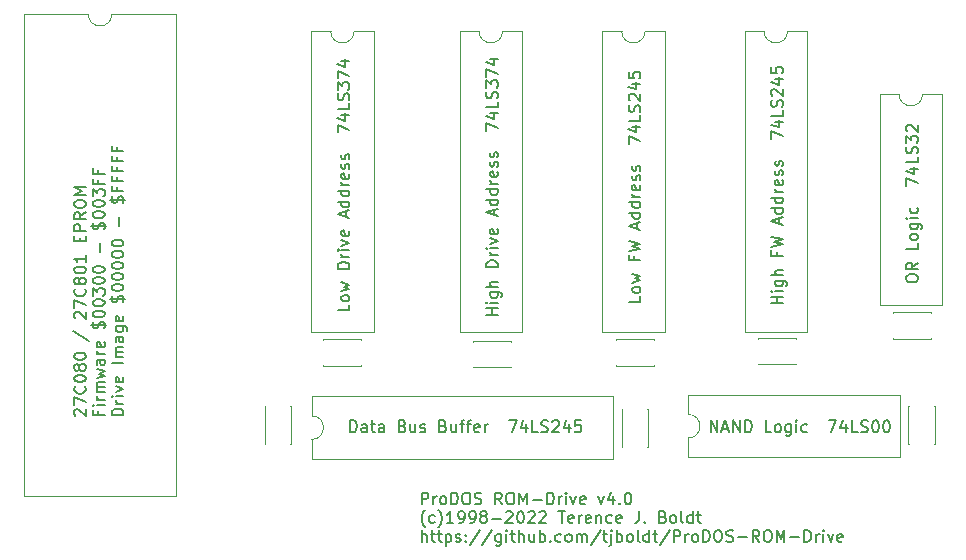
<source format=gbr>
G04 #@! TF.GenerationSoftware,KiCad,Pcbnew,(6.0.2-0)*
G04 #@! TF.CreationDate,2022-03-19T10:19:41-04:00*
G04 #@! TF.ProjectId,ProDOS ROM-Drive,50726f44-4f53-4205-924f-4d2d44726976,4.0*
G04 #@! TF.SameCoordinates,Original*
G04 #@! TF.FileFunction,Legend,Top*
G04 #@! TF.FilePolarity,Positive*
%FSLAX46Y46*%
G04 Gerber Fmt 4.6, Leading zero omitted, Abs format (unit mm)*
G04 Created by KiCad (PCBNEW (6.0.2-0)) date 2022-03-19 10:19:41*
%MOMM*%
%LPD*%
G01*
G04 APERTURE LIST*
%ADD10C,0.149860*%
%ADD11C,0.120000*%
G04 APERTURE END LIST*
D10*
X65673514Y-59122128D02*
X65673514Y-58131528D01*
X65909371Y-58131528D01*
X66050885Y-58178700D01*
X66145228Y-58273042D01*
X66192400Y-58367385D01*
X66239571Y-58556071D01*
X66239571Y-58697585D01*
X66192400Y-58886271D01*
X66145228Y-58980614D01*
X66050885Y-59074957D01*
X65909371Y-59122128D01*
X65673514Y-59122128D01*
X67088657Y-59122128D02*
X67088657Y-58603242D01*
X67041485Y-58508900D01*
X66947142Y-58461728D01*
X66758457Y-58461728D01*
X66664114Y-58508900D01*
X67088657Y-59074957D02*
X66994314Y-59122128D01*
X66758457Y-59122128D01*
X66664114Y-59074957D01*
X66616942Y-58980614D01*
X66616942Y-58886271D01*
X66664114Y-58791928D01*
X66758457Y-58744757D01*
X66994314Y-58744757D01*
X67088657Y-58697585D01*
X67418857Y-58461728D02*
X67796228Y-58461728D01*
X67560371Y-58131528D02*
X67560371Y-58980614D01*
X67607542Y-59074957D01*
X67701885Y-59122128D01*
X67796228Y-59122128D01*
X68550971Y-59122128D02*
X68550971Y-58603242D01*
X68503800Y-58508900D01*
X68409457Y-58461728D01*
X68220771Y-58461728D01*
X68126428Y-58508900D01*
X68550971Y-59074957D02*
X68456628Y-59122128D01*
X68220771Y-59122128D01*
X68126428Y-59074957D01*
X68079257Y-58980614D01*
X68079257Y-58886271D01*
X68126428Y-58791928D01*
X68220771Y-58744757D01*
X68456628Y-58744757D01*
X68550971Y-58697585D01*
X70107628Y-58603242D02*
X70249142Y-58650414D01*
X70296314Y-58697585D01*
X70343485Y-58791928D01*
X70343485Y-58933442D01*
X70296314Y-59027785D01*
X70249142Y-59074957D01*
X70154800Y-59122128D01*
X69777428Y-59122128D01*
X69777428Y-58131528D01*
X70107628Y-58131528D01*
X70201971Y-58178700D01*
X70249142Y-58225871D01*
X70296314Y-58320214D01*
X70296314Y-58414557D01*
X70249142Y-58508900D01*
X70201971Y-58556071D01*
X70107628Y-58603242D01*
X69777428Y-58603242D01*
X71192571Y-58461728D02*
X71192571Y-59122128D01*
X70768028Y-58461728D02*
X70768028Y-58980614D01*
X70815200Y-59074957D01*
X70909542Y-59122128D01*
X71051057Y-59122128D01*
X71145400Y-59074957D01*
X71192571Y-59027785D01*
X71617114Y-59074957D02*
X71711457Y-59122128D01*
X71900142Y-59122128D01*
X71994485Y-59074957D01*
X72041657Y-58980614D01*
X72041657Y-58933442D01*
X71994485Y-58839100D01*
X71900142Y-58791928D01*
X71758628Y-58791928D01*
X71664285Y-58744757D01*
X71617114Y-58650414D01*
X71617114Y-58603242D01*
X71664285Y-58508900D01*
X71758628Y-58461728D01*
X71900142Y-58461728D01*
X71994485Y-58508900D01*
X73551142Y-58603242D02*
X73692657Y-58650414D01*
X73739828Y-58697585D01*
X73787000Y-58791928D01*
X73787000Y-58933442D01*
X73739828Y-59027785D01*
X73692657Y-59074957D01*
X73598314Y-59122128D01*
X73220942Y-59122128D01*
X73220942Y-58131528D01*
X73551142Y-58131528D01*
X73645485Y-58178700D01*
X73692657Y-58225871D01*
X73739828Y-58320214D01*
X73739828Y-58414557D01*
X73692657Y-58508900D01*
X73645485Y-58556071D01*
X73551142Y-58603242D01*
X73220942Y-58603242D01*
X74636085Y-58461728D02*
X74636085Y-59122128D01*
X74211542Y-58461728D02*
X74211542Y-58980614D01*
X74258714Y-59074957D01*
X74353057Y-59122128D01*
X74494571Y-59122128D01*
X74588914Y-59074957D01*
X74636085Y-59027785D01*
X74966285Y-58461728D02*
X75343657Y-58461728D01*
X75107800Y-59122128D02*
X75107800Y-58273042D01*
X75154971Y-58178700D01*
X75249314Y-58131528D01*
X75343657Y-58131528D01*
X75532342Y-58461728D02*
X75909714Y-58461728D01*
X75673857Y-59122128D02*
X75673857Y-58273042D01*
X75721028Y-58178700D01*
X75815371Y-58131528D01*
X75909714Y-58131528D01*
X76617285Y-59074957D02*
X76522942Y-59122128D01*
X76334257Y-59122128D01*
X76239914Y-59074957D01*
X76192742Y-58980614D01*
X76192742Y-58603242D01*
X76239914Y-58508900D01*
X76334257Y-58461728D01*
X76522942Y-58461728D01*
X76617285Y-58508900D01*
X76664457Y-58603242D01*
X76664457Y-58697585D01*
X76192742Y-58791928D01*
X77089000Y-59122128D02*
X77089000Y-58461728D01*
X77089000Y-58650414D02*
X77136171Y-58556071D01*
X77183342Y-58508900D01*
X77277685Y-58461728D01*
X77372028Y-58461728D01*
X79117371Y-58131528D02*
X79777771Y-58131528D01*
X79353228Y-59122128D01*
X80579685Y-58461728D02*
X80579685Y-59122128D01*
X80343828Y-58084357D02*
X80107971Y-58791928D01*
X80721200Y-58791928D01*
X81570285Y-59122128D02*
X81098571Y-59122128D01*
X81098571Y-58131528D01*
X81853314Y-59074957D02*
X81994828Y-59122128D01*
X82230685Y-59122128D01*
X82325028Y-59074957D01*
X82372200Y-59027785D01*
X82419371Y-58933442D01*
X82419371Y-58839100D01*
X82372200Y-58744757D01*
X82325028Y-58697585D01*
X82230685Y-58650414D01*
X82042000Y-58603242D01*
X81947657Y-58556071D01*
X81900485Y-58508900D01*
X81853314Y-58414557D01*
X81853314Y-58320214D01*
X81900485Y-58225871D01*
X81947657Y-58178700D01*
X82042000Y-58131528D01*
X82277857Y-58131528D01*
X82419371Y-58178700D01*
X82796742Y-58225871D02*
X82843914Y-58178700D01*
X82938257Y-58131528D01*
X83174114Y-58131528D01*
X83268457Y-58178700D01*
X83315628Y-58225871D01*
X83362800Y-58320214D01*
X83362800Y-58414557D01*
X83315628Y-58556071D01*
X82749571Y-59122128D01*
X83362800Y-59122128D01*
X84211885Y-58461728D02*
X84211885Y-59122128D01*
X83976028Y-58084357D02*
X83740171Y-58791928D01*
X84353400Y-58791928D01*
X85202485Y-58131528D02*
X84730771Y-58131528D01*
X84683600Y-58603242D01*
X84730771Y-58556071D01*
X84825114Y-58508900D01*
X85060971Y-58508900D01*
X85155314Y-58556071D01*
X85202485Y-58603242D01*
X85249657Y-58697585D01*
X85249657Y-58933442D01*
X85202485Y-59027785D01*
X85155314Y-59074957D01*
X85060971Y-59122128D01*
X84825114Y-59122128D01*
X84730771Y-59074957D01*
X84683600Y-59027785D01*
X65599128Y-48321685D02*
X65599128Y-48793400D01*
X64608528Y-48793400D01*
X65599128Y-47849971D02*
X65551957Y-47944314D01*
X65504785Y-47991485D01*
X65410442Y-48038657D01*
X65127414Y-48038657D01*
X65033071Y-47991485D01*
X64985900Y-47944314D01*
X64938728Y-47849971D01*
X64938728Y-47708457D01*
X64985900Y-47614114D01*
X65033071Y-47566942D01*
X65127414Y-47519771D01*
X65410442Y-47519771D01*
X65504785Y-47566942D01*
X65551957Y-47614114D01*
X65599128Y-47708457D01*
X65599128Y-47849971D01*
X64938728Y-47189571D02*
X65599128Y-47000885D01*
X65127414Y-46812200D01*
X65599128Y-46623514D01*
X64938728Y-46434828D01*
X65599128Y-45302714D02*
X64608528Y-45302714D01*
X64608528Y-45066857D01*
X64655700Y-44925342D01*
X64750042Y-44831000D01*
X64844385Y-44783828D01*
X65033071Y-44736657D01*
X65174585Y-44736657D01*
X65363271Y-44783828D01*
X65457614Y-44831000D01*
X65551957Y-44925342D01*
X65599128Y-45066857D01*
X65599128Y-45302714D01*
X65599128Y-44312114D02*
X64938728Y-44312114D01*
X65127414Y-44312114D02*
X65033071Y-44264942D01*
X64985900Y-44217771D01*
X64938728Y-44123428D01*
X64938728Y-44029085D01*
X65599128Y-43698885D02*
X64938728Y-43698885D01*
X64608528Y-43698885D02*
X64655700Y-43746057D01*
X64702871Y-43698885D01*
X64655700Y-43651714D01*
X64608528Y-43698885D01*
X64702871Y-43698885D01*
X64938728Y-43321514D02*
X65599128Y-43085657D01*
X64938728Y-42849800D01*
X65551957Y-42095057D02*
X65599128Y-42189400D01*
X65599128Y-42378085D01*
X65551957Y-42472428D01*
X65457614Y-42519600D01*
X65080242Y-42519600D01*
X64985900Y-42472428D01*
X64938728Y-42378085D01*
X64938728Y-42189400D01*
X64985900Y-42095057D01*
X65080242Y-42047885D01*
X65174585Y-42047885D01*
X65268928Y-42519600D01*
X65316100Y-40915771D02*
X65316100Y-40444057D01*
X65599128Y-41010114D02*
X64608528Y-40679914D01*
X65599128Y-40349714D01*
X65599128Y-39594971D02*
X64608528Y-39594971D01*
X65551957Y-39594971D02*
X65599128Y-39689314D01*
X65599128Y-39878000D01*
X65551957Y-39972342D01*
X65504785Y-40019514D01*
X65410442Y-40066685D01*
X65127414Y-40066685D01*
X65033071Y-40019514D01*
X64985900Y-39972342D01*
X64938728Y-39878000D01*
X64938728Y-39689314D01*
X64985900Y-39594971D01*
X65599128Y-38698714D02*
X64608528Y-38698714D01*
X65551957Y-38698714D02*
X65599128Y-38793057D01*
X65599128Y-38981742D01*
X65551957Y-39076085D01*
X65504785Y-39123257D01*
X65410442Y-39170428D01*
X65127414Y-39170428D01*
X65033071Y-39123257D01*
X64985900Y-39076085D01*
X64938728Y-38981742D01*
X64938728Y-38793057D01*
X64985900Y-38698714D01*
X65599128Y-38227000D02*
X64938728Y-38227000D01*
X65127414Y-38227000D02*
X65033071Y-38179828D01*
X64985900Y-38132657D01*
X64938728Y-38038314D01*
X64938728Y-37943971D01*
X65551957Y-37236400D02*
X65599128Y-37330742D01*
X65599128Y-37519428D01*
X65551957Y-37613771D01*
X65457614Y-37660942D01*
X65080242Y-37660942D01*
X64985900Y-37613771D01*
X64938728Y-37519428D01*
X64938728Y-37330742D01*
X64985900Y-37236400D01*
X65080242Y-37189228D01*
X65174585Y-37189228D01*
X65268928Y-37660942D01*
X65551957Y-36811857D02*
X65599128Y-36717514D01*
X65599128Y-36528828D01*
X65551957Y-36434485D01*
X65457614Y-36387314D01*
X65410442Y-36387314D01*
X65316100Y-36434485D01*
X65268928Y-36528828D01*
X65268928Y-36670342D01*
X65221757Y-36764685D01*
X65127414Y-36811857D01*
X65080242Y-36811857D01*
X64985900Y-36764685D01*
X64938728Y-36670342D01*
X64938728Y-36528828D01*
X64985900Y-36434485D01*
X65551957Y-36009942D02*
X65599128Y-35915600D01*
X65599128Y-35726914D01*
X65551957Y-35632571D01*
X65457614Y-35585400D01*
X65410442Y-35585400D01*
X65316100Y-35632571D01*
X65268928Y-35726914D01*
X65268928Y-35868428D01*
X65221757Y-35962771D01*
X65127414Y-36009942D01*
X65080242Y-36009942D01*
X64985900Y-35962771D01*
X64938728Y-35868428D01*
X64938728Y-35726914D01*
X64985900Y-35632571D01*
X64608528Y-33745714D02*
X64608528Y-33085314D01*
X65599128Y-33509857D01*
X64938728Y-32283400D02*
X65599128Y-32283400D01*
X64561357Y-32519257D02*
X65268928Y-32755114D01*
X65268928Y-32141885D01*
X65599128Y-31292800D02*
X65599128Y-31764514D01*
X64608528Y-31764514D01*
X65551957Y-31009771D02*
X65599128Y-30868257D01*
X65599128Y-30632400D01*
X65551957Y-30538057D01*
X65504785Y-30490885D01*
X65410442Y-30443714D01*
X65316100Y-30443714D01*
X65221757Y-30490885D01*
X65174585Y-30538057D01*
X65127414Y-30632400D01*
X65080242Y-30821085D01*
X65033071Y-30915428D01*
X64985900Y-30962600D01*
X64891557Y-31009771D01*
X64797214Y-31009771D01*
X64702871Y-30962600D01*
X64655700Y-30915428D01*
X64608528Y-30821085D01*
X64608528Y-30585228D01*
X64655700Y-30443714D01*
X64608528Y-30113514D02*
X64608528Y-29500285D01*
X64985900Y-29830485D01*
X64985900Y-29688971D01*
X65033071Y-29594628D01*
X65080242Y-29547457D01*
X65174585Y-29500285D01*
X65410442Y-29500285D01*
X65504785Y-29547457D01*
X65551957Y-29594628D01*
X65599128Y-29688971D01*
X65599128Y-29972000D01*
X65551957Y-30066342D01*
X65504785Y-30113514D01*
X64608528Y-29170085D02*
X64608528Y-28509685D01*
X65599128Y-28934228D01*
X64938728Y-27707771D02*
X65599128Y-27707771D01*
X64561357Y-27943628D02*
X65268928Y-28179485D01*
X65268928Y-27566257D01*
X78172128Y-49203428D02*
X77181528Y-49203428D01*
X77653242Y-49203428D02*
X77653242Y-48637371D01*
X78172128Y-48637371D02*
X77181528Y-48637371D01*
X78172128Y-48165657D02*
X77511728Y-48165657D01*
X77181528Y-48165657D02*
X77228700Y-48212828D01*
X77275871Y-48165657D01*
X77228700Y-48118485D01*
X77181528Y-48165657D01*
X77275871Y-48165657D01*
X77511728Y-47269400D02*
X78313642Y-47269400D01*
X78407985Y-47316571D01*
X78455157Y-47363742D01*
X78502328Y-47458085D01*
X78502328Y-47599600D01*
X78455157Y-47693942D01*
X78124957Y-47269400D02*
X78172128Y-47363742D01*
X78172128Y-47552428D01*
X78124957Y-47646771D01*
X78077785Y-47693942D01*
X77983442Y-47741114D01*
X77700414Y-47741114D01*
X77606071Y-47693942D01*
X77558900Y-47646771D01*
X77511728Y-47552428D01*
X77511728Y-47363742D01*
X77558900Y-47269400D01*
X78172128Y-46797685D02*
X77181528Y-46797685D01*
X78172128Y-46373142D02*
X77653242Y-46373142D01*
X77558900Y-46420314D01*
X77511728Y-46514657D01*
X77511728Y-46656171D01*
X77558900Y-46750514D01*
X77606071Y-46797685D01*
X78172128Y-45146685D02*
X77181528Y-45146685D01*
X77181528Y-44910828D01*
X77228700Y-44769314D01*
X77323042Y-44674971D01*
X77417385Y-44627800D01*
X77606071Y-44580628D01*
X77747585Y-44580628D01*
X77936271Y-44627800D01*
X78030614Y-44674971D01*
X78124957Y-44769314D01*
X78172128Y-44910828D01*
X78172128Y-45146685D01*
X78172128Y-44156085D02*
X77511728Y-44156085D01*
X77700414Y-44156085D02*
X77606071Y-44108914D01*
X77558900Y-44061742D01*
X77511728Y-43967400D01*
X77511728Y-43873057D01*
X78172128Y-43542857D02*
X77511728Y-43542857D01*
X77181528Y-43542857D02*
X77228700Y-43590028D01*
X77275871Y-43542857D01*
X77228700Y-43495685D01*
X77181528Y-43542857D01*
X77275871Y-43542857D01*
X77511728Y-43165485D02*
X78172128Y-42929628D01*
X77511728Y-42693771D01*
X78124957Y-41939028D02*
X78172128Y-42033371D01*
X78172128Y-42222057D01*
X78124957Y-42316400D01*
X78030614Y-42363571D01*
X77653242Y-42363571D01*
X77558900Y-42316400D01*
X77511728Y-42222057D01*
X77511728Y-42033371D01*
X77558900Y-41939028D01*
X77653242Y-41891857D01*
X77747585Y-41891857D01*
X77841928Y-42363571D01*
X77889100Y-40759742D02*
X77889100Y-40288028D01*
X78172128Y-40854085D02*
X77181528Y-40523885D01*
X78172128Y-40193685D01*
X78172128Y-39438942D02*
X77181528Y-39438942D01*
X78124957Y-39438942D02*
X78172128Y-39533285D01*
X78172128Y-39721971D01*
X78124957Y-39816314D01*
X78077785Y-39863485D01*
X77983442Y-39910657D01*
X77700414Y-39910657D01*
X77606071Y-39863485D01*
X77558900Y-39816314D01*
X77511728Y-39721971D01*
X77511728Y-39533285D01*
X77558900Y-39438942D01*
X78172128Y-38542685D02*
X77181528Y-38542685D01*
X78124957Y-38542685D02*
X78172128Y-38637028D01*
X78172128Y-38825714D01*
X78124957Y-38920057D01*
X78077785Y-38967228D01*
X77983442Y-39014400D01*
X77700414Y-39014400D01*
X77606071Y-38967228D01*
X77558900Y-38920057D01*
X77511728Y-38825714D01*
X77511728Y-38637028D01*
X77558900Y-38542685D01*
X78172128Y-38070971D02*
X77511728Y-38070971D01*
X77700414Y-38070971D02*
X77606071Y-38023800D01*
X77558900Y-37976628D01*
X77511728Y-37882285D01*
X77511728Y-37787942D01*
X78124957Y-37080371D02*
X78172128Y-37174714D01*
X78172128Y-37363400D01*
X78124957Y-37457742D01*
X78030614Y-37504914D01*
X77653242Y-37504914D01*
X77558900Y-37457742D01*
X77511728Y-37363400D01*
X77511728Y-37174714D01*
X77558900Y-37080371D01*
X77653242Y-37033200D01*
X77747585Y-37033200D01*
X77841928Y-37504914D01*
X78124957Y-36655828D02*
X78172128Y-36561485D01*
X78172128Y-36372800D01*
X78124957Y-36278457D01*
X78030614Y-36231285D01*
X77983442Y-36231285D01*
X77889100Y-36278457D01*
X77841928Y-36372800D01*
X77841928Y-36514314D01*
X77794757Y-36608657D01*
X77700414Y-36655828D01*
X77653242Y-36655828D01*
X77558900Y-36608657D01*
X77511728Y-36514314D01*
X77511728Y-36372800D01*
X77558900Y-36278457D01*
X78124957Y-35853914D02*
X78172128Y-35759571D01*
X78172128Y-35570885D01*
X78124957Y-35476542D01*
X78030614Y-35429371D01*
X77983442Y-35429371D01*
X77889100Y-35476542D01*
X77841928Y-35570885D01*
X77841928Y-35712400D01*
X77794757Y-35806742D01*
X77700414Y-35853914D01*
X77653242Y-35853914D01*
X77558900Y-35806742D01*
X77511728Y-35712400D01*
X77511728Y-35570885D01*
X77558900Y-35476542D01*
X77181528Y-33589685D02*
X77181528Y-32929285D01*
X78172128Y-33353828D01*
X77511728Y-32127371D02*
X78172128Y-32127371D01*
X77134357Y-32363228D02*
X77841928Y-32599085D01*
X77841928Y-31985857D01*
X78172128Y-31136771D02*
X78172128Y-31608485D01*
X77181528Y-31608485D01*
X78124957Y-30853742D02*
X78172128Y-30712228D01*
X78172128Y-30476371D01*
X78124957Y-30382028D01*
X78077785Y-30334857D01*
X77983442Y-30287685D01*
X77889100Y-30287685D01*
X77794757Y-30334857D01*
X77747585Y-30382028D01*
X77700414Y-30476371D01*
X77653242Y-30665057D01*
X77606071Y-30759400D01*
X77558900Y-30806571D01*
X77464557Y-30853742D01*
X77370214Y-30853742D01*
X77275871Y-30806571D01*
X77228700Y-30759400D01*
X77181528Y-30665057D01*
X77181528Y-30429200D01*
X77228700Y-30287685D01*
X77181528Y-29957485D02*
X77181528Y-29344257D01*
X77558900Y-29674457D01*
X77558900Y-29532942D01*
X77606071Y-29438600D01*
X77653242Y-29391428D01*
X77747585Y-29344257D01*
X77983442Y-29344257D01*
X78077785Y-29391428D01*
X78124957Y-29438600D01*
X78172128Y-29532942D01*
X78172128Y-29815971D01*
X78124957Y-29910314D01*
X78077785Y-29957485D01*
X77181528Y-29014057D02*
X77181528Y-28353657D01*
X78172128Y-28778200D01*
X77511728Y-27551742D02*
X78172128Y-27551742D01*
X77134357Y-27787600D02*
X77841928Y-28023457D01*
X77841928Y-27410228D01*
X90237128Y-47599600D02*
X90237128Y-48071314D01*
X89246528Y-48071314D01*
X90237128Y-47127885D02*
X90189957Y-47222228D01*
X90142785Y-47269400D01*
X90048442Y-47316571D01*
X89765414Y-47316571D01*
X89671071Y-47269400D01*
X89623900Y-47222228D01*
X89576728Y-47127885D01*
X89576728Y-46986371D01*
X89623900Y-46892028D01*
X89671071Y-46844857D01*
X89765414Y-46797685D01*
X90048442Y-46797685D01*
X90142785Y-46844857D01*
X90189957Y-46892028D01*
X90237128Y-46986371D01*
X90237128Y-47127885D01*
X89576728Y-46467485D02*
X90237128Y-46278800D01*
X89765414Y-46090114D01*
X90237128Y-45901428D01*
X89576728Y-45712742D01*
X89718242Y-44250428D02*
X89718242Y-44580628D01*
X90237128Y-44580628D02*
X89246528Y-44580628D01*
X89246528Y-44108914D01*
X89246528Y-43825885D02*
X90237128Y-43590028D01*
X89529557Y-43401342D01*
X90237128Y-43212657D01*
X89246528Y-42976800D01*
X89954100Y-41891857D02*
X89954100Y-41420142D01*
X90237128Y-41986200D02*
X89246528Y-41656000D01*
X90237128Y-41325800D01*
X90237128Y-40571057D02*
X89246528Y-40571057D01*
X90189957Y-40571057D02*
X90237128Y-40665400D01*
X90237128Y-40854085D01*
X90189957Y-40948428D01*
X90142785Y-40995600D01*
X90048442Y-41042771D01*
X89765414Y-41042771D01*
X89671071Y-40995600D01*
X89623900Y-40948428D01*
X89576728Y-40854085D01*
X89576728Y-40665400D01*
X89623900Y-40571057D01*
X90237128Y-39674800D02*
X89246528Y-39674800D01*
X90189957Y-39674800D02*
X90237128Y-39769142D01*
X90237128Y-39957828D01*
X90189957Y-40052171D01*
X90142785Y-40099342D01*
X90048442Y-40146514D01*
X89765414Y-40146514D01*
X89671071Y-40099342D01*
X89623900Y-40052171D01*
X89576728Y-39957828D01*
X89576728Y-39769142D01*
X89623900Y-39674800D01*
X90237128Y-39203085D02*
X89576728Y-39203085D01*
X89765414Y-39203085D02*
X89671071Y-39155914D01*
X89623900Y-39108742D01*
X89576728Y-39014400D01*
X89576728Y-38920057D01*
X90189957Y-38212485D02*
X90237128Y-38306828D01*
X90237128Y-38495514D01*
X90189957Y-38589857D01*
X90095614Y-38637028D01*
X89718242Y-38637028D01*
X89623900Y-38589857D01*
X89576728Y-38495514D01*
X89576728Y-38306828D01*
X89623900Y-38212485D01*
X89718242Y-38165314D01*
X89812585Y-38165314D01*
X89906928Y-38637028D01*
X90189957Y-37787942D02*
X90237128Y-37693600D01*
X90237128Y-37504914D01*
X90189957Y-37410571D01*
X90095614Y-37363400D01*
X90048442Y-37363400D01*
X89954100Y-37410571D01*
X89906928Y-37504914D01*
X89906928Y-37646428D01*
X89859757Y-37740771D01*
X89765414Y-37787942D01*
X89718242Y-37787942D01*
X89623900Y-37740771D01*
X89576728Y-37646428D01*
X89576728Y-37504914D01*
X89623900Y-37410571D01*
X90189957Y-36986028D02*
X90237128Y-36891685D01*
X90237128Y-36703000D01*
X90189957Y-36608657D01*
X90095614Y-36561485D01*
X90048442Y-36561485D01*
X89954100Y-36608657D01*
X89906928Y-36703000D01*
X89906928Y-36844514D01*
X89859757Y-36938857D01*
X89765414Y-36986028D01*
X89718242Y-36986028D01*
X89623900Y-36938857D01*
X89576728Y-36844514D01*
X89576728Y-36703000D01*
X89623900Y-36608657D01*
X89246528Y-34721800D02*
X89246528Y-34061400D01*
X90237128Y-34485942D01*
X89576728Y-33259485D02*
X90237128Y-33259485D01*
X89199357Y-33495342D02*
X89906928Y-33731200D01*
X89906928Y-33117971D01*
X90237128Y-32268885D02*
X90237128Y-32740600D01*
X89246528Y-32740600D01*
X90189957Y-31985857D02*
X90237128Y-31844342D01*
X90237128Y-31608485D01*
X90189957Y-31514142D01*
X90142785Y-31466971D01*
X90048442Y-31419800D01*
X89954100Y-31419800D01*
X89859757Y-31466971D01*
X89812585Y-31514142D01*
X89765414Y-31608485D01*
X89718242Y-31797171D01*
X89671071Y-31891514D01*
X89623900Y-31938685D01*
X89529557Y-31985857D01*
X89435214Y-31985857D01*
X89340871Y-31938685D01*
X89293700Y-31891514D01*
X89246528Y-31797171D01*
X89246528Y-31561314D01*
X89293700Y-31419800D01*
X89340871Y-31042428D02*
X89293700Y-30995257D01*
X89246528Y-30900914D01*
X89246528Y-30665057D01*
X89293700Y-30570714D01*
X89340871Y-30523542D01*
X89435214Y-30476371D01*
X89529557Y-30476371D01*
X89671071Y-30523542D01*
X90237128Y-31089600D01*
X90237128Y-30476371D01*
X89576728Y-29627285D02*
X90237128Y-29627285D01*
X89199357Y-29863142D02*
X89906928Y-30099000D01*
X89906928Y-29485771D01*
X89246528Y-28636685D02*
X89246528Y-29108400D01*
X89718242Y-29155571D01*
X89671071Y-29108400D01*
X89623900Y-29014057D01*
X89623900Y-28778200D01*
X89671071Y-28683857D01*
X89718242Y-28636685D01*
X89812585Y-28589514D01*
X90048442Y-28589514D01*
X90142785Y-28636685D01*
X90189957Y-28683857D01*
X90237128Y-28778200D01*
X90237128Y-29014057D01*
X90189957Y-29108400D01*
X90142785Y-29155571D01*
X102302128Y-48227342D02*
X101311528Y-48227342D01*
X101783242Y-48227342D02*
X101783242Y-47661285D01*
X102302128Y-47661285D02*
X101311528Y-47661285D01*
X102302128Y-47189571D02*
X101641728Y-47189571D01*
X101311528Y-47189571D02*
X101358700Y-47236742D01*
X101405871Y-47189571D01*
X101358700Y-47142400D01*
X101311528Y-47189571D01*
X101405871Y-47189571D01*
X101641728Y-46293314D02*
X102443642Y-46293314D01*
X102537985Y-46340485D01*
X102585157Y-46387657D01*
X102632328Y-46482000D01*
X102632328Y-46623514D01*
X102585157Y-46717857D01*
X102254957Y-46293314D02*
X102302128Y-46387657D01*
X102302128Y-46576342D01*
X102254957Y-46670685D01*
X102207785Y-46717857D01*
X102113442Y-46765028D01*
X101830414Y-46765028D01*
X101736071Y-46717857D01*
X101688900Y-46670685D01*
X101641728Y-46576342D01*
X101641728Y-46387657D01*
X101688900Y-46293314D01*
X102302128Y-45821600D02*
X101311528Y-45821600D01*
X102302128Y-45397057D02*
X101783242Y-45397057D01*
X101688900Y-45444228D01*
X101641728Y-45538571D01*
X101641728Y-45680085D01*
X101688900Y-45774428D01*
X101736071Y-45821600D01*
X101783242Y-43840400D02*
X101783242Y-44170600D01*
X102302128Y-44170600D02*
X101311528Y-44170600D01*
X101311528Y-43698885D01*
X101311528Y-43415857D02*
X102302128Y-43180000D01*
X101594557Y-42991314D01*
X102302128Y-42802628D01*
X101311528Y-42566771D01*
X102019100Y-41481828D02*
X102019100Y-41010114D01*
X102302128Y-41576171D02*
X101311528Y-41245971D01*
X102302128Y-40915771D01*
X102302128Y-40161028D02*
X101311528Y-40161028D01*
X102254957Y-40161028D02*
X102302128Y-40255371D01*
X102302128Y-40444057D01*
X102254957Y-40538400D01*
X102207785Y-40585571D01*
X102113442Y-40632742D01*
X101830414Y-40632742D01*
X101736071Y-40585571D01*
X101688900Y-40538400D01*
X101641728Y-40444057D01*
X101641728Y-40255371D01*
X101688900Y-40161028D01*
X102302128Y-39264771D02*
X101311528Y-39264771D01*
X102254957Y-39264771D02*
X102302128Y-39359114D01*
X102302128Y-39547800D01*
X102254957Y-39642142D01*
X102207785Y-39689314D01*
X102113442Y-39736485D01*
X101830414Y-39736485D01*
X101736071Y-39689314D01*
X101688900Y-39642142D01*
X101641728Y-39547800D01*
X101641728Y-39359114D01*
X101688900Y-39264771D01*
X102302128Y-38793057D02*
X101641728Y-38793057D01*
X101830414Y-38793057D02*
X101736071Y-38745885D01*
X101688900Y-38698714D01*
X101641728Y-38604371D01*
X101641728Y-38510028D01*
X102254957Y-37802457D02*
X102302128Y-37896800D01*
X102302128Y-38085485D01*
X102254957Y-38179828D01*
X102160614Y-38227000D01*
X101783242Y-38227000D01*
X101688900Y-38179828D01*
X101641728Y-38085485D01*
X101641728Y-37896800D01*
X101688900Y-37802457D01*
X101783242Y-37755285D01*
X101877585Y-37755285D01*
X101971928Y-38227000D01*
X102254957Y-37377914D02*
X102302128Y-37283571D01*
X102302128Y-37094885D01*
X102254957Y-37000542D01*
X102160614Y-36953371D01*
X102113442Y-36953371D01*
X102019100Y-37000542D01*
X101971928Y-37094885D01*
X101971928Y-37236400D01*
X101924757Y-37330742D01*
X101830414Y-37377914D01*
X101783242Y-37377914D01*
X101688900Y-37330742D01*
X101641728Y-37236400D01*
X101641728Y-37094885D01*
X101688900Y-37000542D01*
X102254957Y-36576000D02*
X102302128Y-36481657D01*
X102302128Y-36292971D01*
X102254957Y-36198628D01*
X102160614Y-36151457D01*
X102113442Y-36151457D01*
X102019100Y-36198628D01*
X101971928Y-36292971D01*
X101971928Y-36434485D01*
X101924757Y-36528828D01*
X101830414Y-36576000D01*
X101783242Y-36576000D01*
X101688900Y-36528828D01*
X101641728Y-36434485D01*
X101641728Y-36292971D01*
X101688900Y-36198628D01*
X101311528Y-34311771D02*
X101311528Y-33651371D01*
X102302128Y-34075914D01*
X101641728Y-32849457D02*
X102302128Y-32849457D01*
X101264357Y-33085314D02*
X101971928Y-33321171D01*
X101971928Y-32707942D01*
X102302128Y-31858857D02*
X102302128Y-32330571D01*
X101311528Y-32330571D01*
X102254957Y-31575828D02*
X102302128Y-31434314D01*
X102302128Y-31198457D01*
X102254957Y-31104114D01*
X102207785Y-31056942D01*
X102113442Y-31009771D01*
X102019100Y-31009771D01*
X101924757Y-31056942D01*
X101877585Y-31104114D01*
X101830414Y-31198457D01*
X101783242Y-31387142D01*
X101736071Y-31481485D01*
X101688900Y-31528657D01*
X101594557Y-31575828D01*
X101500214Y-31575828D01*
X101405871Y-31528657D01*
X101358700Y-31481485D01*
X101311528Y-31387142D01*
X101311528Y-31151285D01*
X101358700Y-31009771D01*
X101405871Y-30632400D02*
X101358700Y-30585228D01*
X101311528Y-30490885D01*
X101311528Y-30255028D01*
X101358700Y-30160685D01*
X101405871Y-30113514D01*
X101500214Y-30066342D01*
X101594557Y-30066342D01*
X101736071Y-30113514D01*
X102302128Y-30679571D01*
X102302128Y-30066342D01*
X101641728Y-29217257D02*
X102302128Y-29217257D01*
X101264357Y-29453114D02*
X101971928Y-29688971D01*
X101971928Y-29075742D01*
X101311528Y-28226657D02*
X101311528Y-28698371D01*
X101783242Y-28745542D01*
X101736071Y-28698371D01*
X101688900Y-28604028D01*
X101688900Y-28368171D01*
X101736071Y-28273828D01*
X101783242Y-28226657D01*
X101877585Y-28179485D01*
X102113442Y-28179485D01*
X102207785Y-28226657D01*
X102254957Y-28273828D01*
X102302128Y-28368171D01*
X102302128Y-28604028D01*
X102254957Y-28698371D01*
X102207785Y-28745542D01*
X96187985Y-59122128D02*
X96187985Y-58131528D01*
X96754042Y-59122128D01*
X96754042Y-58131528D01*
X97178585Y-58839100D02*
X97650300Y-58839100D01*
X97084242Y-59122128D02*
X97414442Y-58131528D01*
X97744642Y-59122128D01*
X98074842Y-59122128D02*
X98074842Y-58131528D01*
X98640900Y-59122128D01*
X98640900Y-58131528D01*
X99112614Y-59122128D02*
X99112614Y-58131528D01*
X99348471Y-58131528D01*
X99489985Y-58178700D01*
X99584328Y-58273042D01*
X99631500Y-58367385D01*
X99678671Y-58556071D01*
X99678671Y-58697585D01*
X99631500Y-58886271D01*
X99584328Y-58980614D01*
X99489985Y-59074957D01*
X99348471Y-59122128D01*
X99112614Y-59122128D01*
X101329671Y-59122128D02*
X100857957Y-59122128D01*
X100857957Y-58131528D01*
X101801385Y-59122128D02*
X101707042Y-59074957D01*
X101659871Y-59027785D01*
X101612700Y-58933442D01*
X101612700Y-58650414D01*
X101659871Y-58556071D01*
X101707042Y-58508900D01*
X101801385Y-58461728D01*
X101942900Y-58461728D01*
X102037242Y-58508900D01*
X102084414Y-58556071D01*
X102131585Y-58650414D01*
X102131585Y-58933442D01*
X102084414Y-59027785D01*
X102037242Y-59074957D01*
X101942900Y-59122128D01*
X101801385Y-59122128D01*
X102980671Y-58461728D02*
X102980671Y-59263642D01*
X102933500Y-59357985D01*
X102886328Y-59405157D01*
X102791985Y-59452328D01*
X102650471Y-59452328D01*
X102556128Y-59405157D01*
X102980671Y-59074957D02*
X102886328Y-59122128D01*
X102697642Y-59122128D01*
X102603300Y-59074957D01*
X102556128Y-59027785D01*
X102508957Y-58933442D01*
X102508957Y-58650414D01*
X102556128Y-58556071D01*
X102603300Y-58508900D01*
X102697642Y-58461728D01*
X102886328Y-58461728D01*
X102980671Y-58508900D01*
X103452385Y-59122128D02*
X103452385Y-58461728D01*
X103452385Y-58131528D02*
X103405214Y-58178700D01*
X103452385Y-58225871D01*
X103499557Y-58178700D01*
X103452385Y-58131528D01*
X103452385Y-58225871D01*
X104348642Y-59074957D02*
X104254300Y-59122128D01*
X104065614Y-59122128D01*
X103971271Y-59074957D01*
X103924100Y-59027785D01*
X103876928Y-58933442D01*
X103876928Y-58650414D01*
X103924100Y-58556071D01*
X103971271Y-58508900D01*
X104065614Y-58461728D01*
X104254300Y-58461728D01*
X104348642Y-58508900D01*
X106188328Y-58131528D02*
X106848728Y-58131528D01*
X106424185Y-59122128D01*
X107650642Y-58461728D02*
X107650642Y-59122128D01*
X107414785Y-58084357D02*
X107178928Y-58791928D01*
X107792157Y-58791928D01*
X108641242Y-59122128D02*
X108169528Y-59122128D01*
X108169528Y-58131528D01*
X108924271Y-59074957D02*
X109065785Y-59122128D01*
X109301642Y-59122128D01*
X109395985Y-59074957D01*
X109443157Y-59027785D01*
X109490328Y-58933442D01*
X109490328Y-58839100D01*
X109443157Y-58744757D01*
X109395985Y-58697585D01*
X109301642Y-58650414D01*
X109112957Y-58603242D01*
X109018614Y-58556071D01*
X108971442Y-58508900D01*
X108924271Y-58414557D01*
X108924271Y-58320214D01*
X108971442Y-58225871D01*
X109018614Y-58178700D01*
X109112957Y-58131528D01*
X109348814Y-58131528D01*
X109490328Y-58178700D01*
X110103557Y-58131528D02*
X110197899Y-58131528D01*
X110292242Y-58178700D01*
X110339414Y-58225871D01*
X110386585Y-58320214D01*
X110433757Y-58508900D01*
X110433757Y-58744757D01*
X110386585Y-58933442D01*
X110339414Y-59027785D01*
X110292242Y-59074957D01*
X110197899Y-59122128D01*
X110103557Y-59122128D01*
X110009214Y-59074957D01*
X109962042Y-59027785D01*
X109914871Y-58933442D01*
X109867699Y-58744757D01*
X109867699Y-58508900D01*
X109914871Y-58320214D01*
X109962042Y-58225871D01*
X110009214Y-58178700D01*
X110103557Y-58131528D01*
X111046985Y-58131528D02*
X111141328Y-58131528D01*
X111235671Y-58178700D01*
X111282842Y-58225871D01*
X111330014Y-58320214D01*
X111377185Y-58508900D01*
X111377185Y-58744757D01*
X111330014Y-58933442D01*
X111282842Y-59027785D01*
X111235671Y-59074957D01*
X111141328Y-59122128D01*
X111046985Y-59122128D01*
X110952642Y-59074957D01*
X110905471Y-59027785D01*
X110858299Y-58933442D01*
X110811128Y-58744757D01*
X110811128Y-58508900D01*
X110858299Y-58320214D01*
X110905471Y-58225871D01*
X110952642Y-58178700D01*
X111046985Y-58131528D01*
X112741528Y-46189900D02*
X112741528Y-46001214D01*
X112788700Y-45906871D01*
X112883042Y-45812528D01*
X113071728Y-45765357D01*
X113401928Y-45765357D01*
X113590614Y-45812528D01*
X113684957Y-45906871D01*
X113732128Y-46001214D01*
X113732128Y-46189900D01*
X113684957Y-46284242D01*
X113590614Y-46378585D01*
X113401928Y-46425757D01*
X113071728Y-46425757D01*
X112883042Y-46378585D01*
X112788700Y-46284242D01*
X112741528Y-46189900D01*
X113732128Y-44774757D02*
X113260414Y-45104957D01*
X113732128Y-45340814D02*
X112741528Y-45340814D01*
X112741528Y-44963442D01*
X112788700Y-44869100D01*
X112835871Y-44821928D01*
X112930214Y-44774757D01*
X113071728Y-44774757D01*
X113166071Y-44821928D01*
X113213242Y-44869100D01*
X113260414Y-44963442D01*
X113260414Y-45340814D01*
X113732128Y-43123757D02*
X113732128Y-43595471D01*
X112741528Y-43595471D01*
X113732128Y-42652042D02*
X113684957Y-42746385D01*
X113637785Y-42793557D01*
X113543442Y-42840728D01*
X113260414Y-42840728D01*
X113166071Y-42793557D01*
X113118900Y-42746385D01*
X113071728Y-42652042D01*
X113071728Y-42510528D01*
X113118900Y-42416185D01*
X113166071Y-42369014D01*
X113260414Y-42321842D01*
X113543442Y-42321842D01*
X113637785Y-42369014D01*
X113684957Y-42416185D01*
X113732128Y-42510528D01*
X113732128Y-42652042D01*
X113071728Y-41472757D02*
X113873642Y-41472757D01*
X113967985Y-41519928D01*
X114015157Y-41567100D01*
X114062328Y-41661442D01*
X114062328Y-41802957D01*
X114015157Y-41897300D01*
X113684957Y-41472757D02*
X113732128Y-41567100D01*
X113732128Y-41755785D01*
X113684957Y-41850128D01*
X113637785Y-41897300D01*
X113543442Y-41944471D01*
X113260414Y-41944471D01*
X113166071Y-41897300D01*
X113118900Y-41850128D01*
X113071728Y-41755785D01*
X113071728Y-41567100D01*
X113118900Y-41472757D01*
X113732128Y-41001042D02*
X113071728Y-41001042D01*
X112741528Y-41001042D02*
X112788700Y-41048214D01*
X112835871Y-41001042D01*
X112788700Y-40953871D01*
X112741528Y-41001042D01*
X112835871Y-41001042D01*
X113684957Y-40104785D02*
X113732128Y-40199128D01*
X113732128Y-40387814D01*
X113684957Y-40482157D01*
X113637785Y-40529328D01*
X113543442Y-40576500D01*
X113260414Y-40576500D01*
X113166071Y-40529328D01*
X113118900Y-40482157D01*
X113071728Y-40387814D01*
X113071728Y-40199128D01*
X113118900Y-40104785D01*
X112741528Y-38265100D02*
X112741528Y-37604700D01*
X113732128Y-38029242D01*
X113071728Y-36802785D02*
X113732128Y-36802785D01*
X112694357Y-37038642D02*
X113401928Y-37274500D01*
X113401928Y-36661271D01*
X113732128Y-35812185D02*
X113732128Y-36283900D01*
X112741528Y-36283900D01*
X113684957Y-35529157D02*
X113732128Y-35387642D01*
X113732128Y-35151785D01*
X113684957Y-35057442D01*
X113637785Y-35010271D01*
X113543442Y-34963100D01*
X113449100Y-34963100D01*
X113354757Y-35010271D01*
X113307585Y-35057442D01*
X113260414Y-35151785D01*
X113213242Y-35340471D01*
X113166071Y-35434814D01*
X113118900Y-35481985D01*
X113024557Y-35529157D01*
X112930214Y-35529157D01*
X112835871Y-35481985D01*
X112788700Y-35434814D01*
X112741528Y-35340471D01*
X112741528Y-35104614D01*
X112788700Y-34963100D01*
X112741528Y-34632900D02*
X112741528Y-34019671D01*
X113118900Y-34349871D01*
X113118900Y-34208357D01*
X113166071Y-34114014D01*
X113213242Y-34066842D01*
X113307585Y-34019671D01*
X113543442Y-34019671D01*
X113637785Y-34066842D01*
X113684957Y-34114014D01*
X113732128Y-34208357D01*
X113732128Y-34491385D01*
X113684957Y-34585728D01*
X113637785Y-34632900D01*
X112835871Y-33642300D02*
X112788700Y-33595128D01*
X112741528Y-33500785D01*
X112741528Y-33264928D01*
X112788700Y-33170585D01*
X112835871Y-33123414D01*
X112930214Y-33076242D01*
X113024557Y-33076242D01*
X113166071Y-33123414D01*
X113732128Y-33689471D01*
X113732128Y-33076242D01*
X42389225Y-57742745D02*
X42342054Y-57695573D01*
X42294882Y-57601231D01*
X42294882Y-57365373D01*
X42342054Y-57271031D01*
X42389225Y-57223859D01*
X42483568Y-57176688D01*
X42577911Y-57176688D01*
X42719425Y-57223859D01*
X43285482Y-57789916D01*
X43285482Y-57176688D01*
X42294882Y-56846488D02*
X42294882Y-56186088D01*
X43285482Y-56610631D01*
X43191139Y-55242659D02*
X43238311Y-55289831D01*
X43285482Y-55431345D01*
X43285482Y-55525688D01*
X43238311Y-55667202D01*
X43143968Y-55761545D01*
X43049625Y-55808716D01*
X42860939Y-55855888D01*
X42719425Y-55855888D01*
X42530739Y-55808716D01*
X42436396Y-55761545D01*
X42342054Y-55667202D01*
X42294882Y-55525688D01*
X42294882Y-55431345D01*
X42342054Y-55289831D01*
X42389225Y-55242659D01*
X42294882Y-54629431D02*
X42294882Y-54535088D01*
X42342054Y-54440745D01*
X42389225Y-54393573D01*
X42483568Y-54346402D01*
X42672254Y-54299231D01*
X42908111Y-54299231D01*
X43096796Y-54346402D01*
X43191139Y-54393573D01*
X43238311Y-54440745D01*
X43285482Y-54535088D01*
X43285482Y-54629431D01*
X43238311Y-54723773D01*
X43191139Y-54770945D01*
X43096796Y-54818116D01*
X42908111Y-54865288D01*
X42672254Y-54865288D01*
X42483568Y-54818116D01*
X42389225Y-54770945D01*
X42342054Y-54723773D01*
X42294882Y-54629431D01*
X42719425Y-53733173D02*
X42672254Y-53827516D01*
X42625082Y-53874688D01*
X42530739Y-53921859D01*
X42483568Y-53921859D01*
X42389225Y-53874688D01*
X42342054Y-53827516D01*
X42294882Y-53733173D01*
X42294882Y-53544488D01*
X42342054Y-53450145D01*
X42389225Y-53402973D01*
X42483568Y-53355802D01*
X42530739Y-53355802D01*
X42625082Y-53402973D01*
X42672254Y-53450145D01*
X42719425Y-53544488D01*
X42719425Y-53733173D01*
X42766596Y-53827516D01*
X42813768Y-53874688D01*
X42908111Y-53921859D01*
X43096796Y-53921859D01*
X43191139Y-53874688D01*
X43238311Y-53827516D01*
X43285482Y-53733173D01*
X43285482Y-53544488D01*
X43238311Y-53450145D01*
X43191139Y-53402973D01*
X43096796Y-53355802D01*
X42908111Y-53355802D01*
X42813768Y-53402973D01*
X42766596Y-53450145D01*
X42719425Y-53544488D01*
X42294882Y-52742573D02*
X42294882Y-52648231D01*
X42342054Y-52553888D01*
X42389225Y-52506716D01*
X42483568Y-52459545D01*
X42672254Y-52412373D01*
X42908111Y-52412373D01*
X43096796Y-52459545D01*
X43191139Y-52506716D01*
X43238311Y-52553888D01*
X43285482Y-52648231D01*
X43285482Y-52742573D01*
X43238311Y-52836916D01*
X43191139Y-52884088D01*
X43096796Y-52931259D01*
X42908111Y-52978431D01*
X42672254Y-52978431D01*
X42483568Y-52931259D01*
X42389225Y-52884088D01*
X42342054Y-52836916D01*
X42294882Y-52742573D01*
X42247711Y-50525516D02*
X43521339Y-51374602D01*
X42389225Y-49487745D02*
X42342054Y-49440573D01*
X42294882Y-49346231D01*
X42294882Y-49110373D01*
X42342054Y-49016031D01*
X42389225Y-48968859D01*
X42483568Y-48921688D01*
X42577911Y-48921688D01*
X42719425Y-48968859D01*
X43285482Y-49534916D01*
X43285482Y-48921688D01*
X42294882Y-48591488D02*
X42294882Y-47931088D01*
X43285482Y-48355631D01*
X43191139Y-46987659D02*
X43238311Y-47034831D01*
X43285482Y-47176345D01*
X43285482Y-47270688D01*
X43238311Y-47412202D01*
X43143968Y-47506545D01*
X43049625Y-47553716D01*
X42860939Y-47600888D01*
X42719425Y-47600888D01*
X42530739Y-47553716D01*
X42436396Y-47506545D01*
X42342054Y-47412202D01*
X42294882Y-47270688D01*
X42294882Y-47176345D01*
X42342054Y-47034831D01*
X42389225Y-46987659D01*
X42719425Y-46421602D02*
X42672254Y-46515945D01*
X42625082Y-46563116D01*
X42530739Y-46610288D01*
X42483568Y-46610288D01*
X42389225Y-46563116D01*
X42342054Y-46515945D01*
X42294882Y-46421602D01*
X42294882Y-46232916D01*
X42342054Y-46138573D01*
X42389225Y-46091402D01*
X42483568Y-46044231D01*
X42530739Y-46044231D01*
X42625082Y-46091402D01*
X42672254Y-46138573D01*
X42719425Y-46232916D01*
X42719425Y-46421602D01*
X42766596Y-46515945D01*
X42813768Y-46563116D01*
X42908111Y-46610288D01*
X43096796Y-46610288D01*
X43191139Y-46563116D01*
X43238311Y-46515945D01*
X43285482Y-46421602D01*
X43285482Y-46232916D01*
X43238311Y-46138573D01*
X43191139Y-46091402D01*
X43096796Y-46044231D01*
X42908111Y-46044231D01*
X42813768Y-46091402D01*
X42766596Y-46138573D01*
X42719425Y-46232916D01*
X42294882Y-45431002D02*
X42294882Y-45336659D01*
X42342054Y-45242316D01*
X42389225Y-45195145D01*
X42483568Y-45147973D01*
X42672254Y-45100802D01*
X42908111Y-45100802D01*
X43096796Y-45147973D01*
X43191139Y-45195145D01*
X43238311Y-45242316D01*
X43285482Y-45336659D01*
X43285482Y-45431002D01*
X43238311Y-45525345D01*
X43191139Y-45572516D01*
X43096796Y-45619688D01*
X42908111Y-45666859D01*
X42672254Y-45666859D01*
X42483568Y-45619688D01*
X42389225Y-45572516D01*
X42342054Y-45525345D01*
X42294882Y-45431002D01*
X43285482Y-44157373D02*
X43285482Y-44723431D01*
X43285482Y-44440402D02*
X42294882Y-44440402D01*
X42436396Y-44534745D01*
X42530739Y-44629088D01*
X42577911Y-44723431D01*
X42766596Y-42978088D02*
X42766596Y-42647888D01*
X43285482Y-42506373D02*
X43285482Y-42978088D01*
X42294882Y-42978088D01*
X42294882Y-42506373D01*
X43285482Y-42081831D02*
X42294882Y-42081831D01*
X42294882Y-41704459D01*
X42342054Y-41610116D01*
X42389225Y-41562945D01*
X42483568Y-41515773D01*
X42625082Y-41515773D01*
X42719425Y-41562945D01*
X42766596Y-41610116D01*
X42813768Y-41704459D01*
X42813768Y-42081831D01*
X43285482Y-40525173D02*
X42813768Y-40855373D01*
X43285482Y-41091231D02*
X42294882Y-41091231D01*
X42294882Y-40713859D01*
X42342054Y-40619516D01*
X42389225Y-40572345D01*
X42483568Y-40525173D01*
X42625082Y-40525173D01*
X42719425Y-40572345D01*
X42766596Y-40619516D01*
X42813768Y-40713859D01*
X42813768Y-41091231D01*
X42294882Y-39911945D02*
X42294882Y-39723259D01*
X42342054Y-39628916D01*
X42436396Y-39534573D01*
X42625082Y-39487402D01*
X42955282Y-39487402D01*
X43143968Y-39534573D01*
X43238311Y-39628916D01*
X43285482Y-39723259D01*
X43285482Y-39911945D01*
X43238311Y-40006288D01*
X43143968Y-40100631D01*
X42955282Y-40147802D01*
X42625082Y-40147802D01*
X42436396Y-40100631D01*
X42342054Y-40006288D01*
X42294882Y-39911945D01*
X43285482Y-39062859D02*
X42294882Y-39062859D01*
X43002454Y-38732659D01*
X42294882Y-38402459D01*
X43285482Y-38402459D01*
X44361462Y-57365373D02*
X44361462Y-57695573D01*
X44880348Y-57695573D02*
X43889748Y-57695573D01*
X43889748Y-57223859D01*
X44880348Y-56846488D02*
X44219948Y-56846488D01*
X43889748Y-56846488D02*
X43936920Y-56893659D01*
X43984091Y-56846488D01*
X43936920Y-56799316D01*
X43889748Y-56846488D01*
X43984091Y-56846488D01*
X44880348Y-56374773D02*
X44219948Y-56374773D01*
X44408634Y-56374773D02*
X44314291Y-56327602D01*
X44267120Y-56280431D01*
X44219948Y-56186088D01*
X44219948Y-56091745D01*
X44880348Y-55761545D02*
X44219948Y-55761545D01*
X44314291Y-55761545D02*
X44267120Y-55714373D01*
X44219948Y-55620031D01*
X44219948Y-55478516D01*
X44267120Y-55384173D01*
X44361462Y-55337002D01*
X44880348Y-55337002D01*
X44361462Y-55337002D02*
X44267120Y-55289831D01*
X44219948Y-55195488D01*
X44219948Y-55053973D01*
X44267120Y-54959631D01*
X44361462Y-54912459D01*
X44880348Y-54912459D01*
X44219948Y-54535088D02*
X44880348Y-54346402D01*
X44408634Y-54157716D01*
X44880348Y-53969031D01*
X44219948Y-53780345D01*
X44880348Y-52978431D02*
X44361462Y-52978431D01*
X44267120Y-53025602D01*
X44219948Y-53119945D01*
X44219948Y-53308631D01*
X44267120Y-53402973D01*
X44833177Y-52978431D02*
X44880348Y-53072773D01*
X44880348Y-53308631D01*
X44833177Y-53402973D01*
X44738834Y-53450145D01*
X44644491Y-53450145D01*
X44550148Y-53402973D01*
X44502977Y-53308631D01*
X44502977Y-53072773D01*
X44455805Y-52978431D01*
X44880348Y-52506716D02*
X44219948Y-52506716D01*
X44408634Y-52506716D02*
X44314291Y-52459545D01*
X44267120Y-52412373D01*
X44219948Y-52318031D01*
X44219948Y-52223688D01*
X44833177Y-51516116D02*
X44880348Y-51610459D01*
X44880348Y-51799145D01*
X44833177Y-51893488D01*
X44738834Y-51940659D01*
X44361462Y-51940659D01*
X44267120Y-51893488D01*
X44219948Y-51799145D01*
X44219948Y-51610459D01*
X44267120Y-51516116D01*
X44361462Y-51468945D01*
X44455805Y-51468945D01*
X44550148Y-51940659D01*
X44833177Y-50336831D02*
X44880348Y-50195316D01*
X44880348Y-49959459D01*
X44833177Y-49865116D01*
X44786005Y-49817945D01*
X44691662Y-49770773D01*
X44597320Y-49770773D01*
X44502977Y-49817945D01*
X44455805Y-49865116D01*
X44408634Y-49959459D01*
X44361462Y-50148145D01*
X44314291Y-50242488D01*
X44267120Y-50289659D01*
X44172777Y-50336831D01*
X44078434Y-50336831D01*
X43984091Y-50289659D01*
X43936920Y-50242488D01*
X43889748Y-50148145D01*
X43889748Y-49912288D01*
X43936920Y-49770773D01*
X43748234Y-50053802D02*
X45021862Y-50053802D01*
X43889748Y-49157545D02*
X43889748Y-49063202D01*
X43936920Y-48968859D01*
X43984091Y-48921688D01*
X44078434Y-48874516D01*
X44267120Y-48827345D01*
X44502977Y-48827345D01*
X44691662Y-48874516D01*
X44786005Y-48921688D01*
X44833177Y-48968859D01*
X44880348Y-49063202D01*
X44880348Y-49157545D01*
X44833177Y-49251888D01*
X44786005Y-49299059D01*
X44691662Y-49346231D01*
X44502977Y-49393402D01*
X44267120Y-49393402D01*
X44078434Y-49346231D01*
X43984091Y-49299059D01*
X43936920Y-49251888D01*
X43889748Y-49157545D01*
X43889748Y-48214116D02*
X43889748Y-48119773D01*
X43936920Y-48025431D01*
X43984091Y-47978259D01*
X44078434Y-47931088D01*
X44267120Y-47883916D01*
X44502977Y-47883916D01*
X44691662Y-47931088D01*
X44786005Y-47978259D01*
X44833177Y-48025431D01*
X44880348Y-48119773D01*
X44880348Y-48214116D01*
X44833177Y-48308459D01*
X44786005Y-48355631D01*
X44691662Y-48402802D01*
X44502977Y-48449973D01*
X44267120Y-48449973D01*
X44078434Y-48402802D01*
X43984091Y-48355631D01*
X43936920Y-48308459D01*
X43889748Y-48214116D01*
X43889748Y-47553716D02*
X43889748Y-46940488D01*
X44267120Y-47270688D01*
X44267120Y-47129173D01*
X44314291Y-47034831D01*
X44361462Y-46987659D01*
X44455805Y-46940488D01*
X44691662Y-46940488D01*
X44786005Y-46987659D01*
X44833177Y-47034831D01*
X44880348Y-47129173D01*
X44880348Y-47412202D01*
X44833177Y-47506545D01*
X44786005Y-47553716D01*
X43889748Y-46327259D02*
X43889748Y-46232916D01*
X43936920Y-46138573D01*
X43984091Y-46091402D01*
X44078434Y-46044231D01*
X44267120Y-45997059D01*
X44502977Y-45997059D01*
X44691662Y-46044231D01*
X44786005Y-46091402D01*
X44833177Y-46138573D01*
X44880348Y-46232916D01*
X44880348Y-46327259D01*
X44833177Y-46421602D01*
X44786005Y-46468773D01*
X44691662Y-46515945D01*
X44502977Y-46563116D01*
X44267120Y-46563116D01*
X44078434Y-46515945D01*
X43984091Y-46468773D01*
X43936920Y-46421602D01*
X43889748Y-46327259D01*
X43889748Y-45383831D02*
X43889748Y-45289488D01*
X43936920Y-45195145D01*
X43984091Y-45147973D01*
X44078434Y-45100802D01*
X44267120Y-45053631D01*
X44502977Y-45053631D01*
X44691662Y-45100802D01*
X44786005Y-45147973D01*
X44833177Y-45195145D01*
X44880348Y-45289488D01*
X44880348Y-45383831D01*
X44833177Y-45478173D01*
X44786005Y-45525345D01*
X44691662Y-45572516D01*
X44502977Y-45619688D01*
X44267120Y-45619688D01*
X44078434Y-45572516D01*
X43984091Y-45525345D01*
X43936920Y-45478173D01*
X43889748Y-45383831D01*
X44502977Y-43874345D02*
X44502977Y-43119602D01*
X44833177Y-41940316D02*
X44880348Y-41798802D01*
X44880348Y-41562945D01*
X44833177Y-41468602D01*
X44786005Y-41421431D01*
X44691662Y-41374259D01*
X44597320Y-41374259D01*
X44502977Y-41421431D01*
X44455805Y-41468602D01*
X44408634Y-41562945D01*
X44361462Y-41751631D01*
X44314291Y-41845973D01*
X44267120Y-41893145D01*
X44172777Y-41940316D01*
X44078434Y-41940316D01*
X43984091Y-41893145D01*
X43936920Y-41845973D01*
X43889748Y-41751631D01*
X43889748Y-41515773D01*
X43936920Y-41374259D01*
X43748234Y-41657288D02*
X45021862Y-41657288D01*
X43889748Y-40761031D02*
X43889748Y-40666688D01*
X43936920Y-40572345D01*
X43984091Y-40525173D01*
X44078434Y-40478002D01*
X44267120Y-40430831D01*
X44502977Y-40430831D01*
X44691662Y-40478002D01*
X44786005Y-40525173D01*
X44833177Y-40572345D01*
X44880348Y-40666688D01*
X44880348Y-40761031D01*
X44833177Y-40855373D01*
X44786005Y-40902545D01*
X44691662Y-40949716D01*
X44502977Y-40996888D01*
X44267120Y-40996888D01*
X44078434Y-40949716D01*
X43984091Y-40902545D01*
X43936920Y-40855373D01*
X43889748Y-40761031D01*
X43889748Y-39817602D02*
X43889748Y-39723259D01*
X43936920Y-39628916D01*
X43984091Y-39581745D01*
X44078434Y-39534573D01*
X44267120Y-39487402D01*
X44502977Y-39487402D01*
X44691662Y-39534573D01*
X44786005Y-39581745D01*
X44833177Y-39628916D01*
X44880348Y-39723259D01*
X44880348Y-39817602D01*
X44833177Y-39911945D01*
X44786005Y-39959116D01*
X44691662Y-40006288D01*
X44502977Y-40053459D01*
X44267120Y-40053459D01*
X44078434Y-40006288D01*
X43984091Y-39959116D01*
X43936920Y-39911945D01*
X43889748Y-39817602D01*
X43889748Y-39157202D02*
X43889748Y-38543973D01*
X44267120Y-38874173D01*
X44267120Y-38732659D01*
X44314291Y-38638316D01*
X44361462Y-38591145D01*
X44455805Y-38543973D01*
X44691662Y-38543973D01*
X44786005Y-38591145D01*
X44833177Y-38638316D01*
X44880348Y-38732659D01*
X44880348Y-39015688D01*
X44833177Y-39110031D01*
X44786005Y-39157202D01*
X44361462Y-37789231D02*
X44361462Y-38119431D01*
X44880348Y-38119431D02*
X43889748Y-38119431D01*
X43889748Y-37647716D01*
X44361462Y-36940145D02*
X44361462Y-37270345D01*
X44880348Y-37270345D02*
X43889748Y-37270345D01*
X43889748Y-36798631D01*
X46475214Y-57695573D02*
X45484614Y-57695573D01*
X45484614Y-57459716D01*
X45531786Y-57318202D01*
X45626128Y-57223859D01*
X45720471Y-57176688D01*
X45909157Y-57129516D01*
X46050671Y-57129516D01*
X46239357Y-57176688D01*
X46333700Y-57223859D01*
X46428043Y-57318202D01*
X46475214Y-57459716D01*
X46475214Y-57695573D01*
X46475214Y-56704973D02*
X45814814Y-56704973D01*
X46003500Y-56704973D02*
X45909157Y-56657802D01*
X45861986Y-56610631D01*
X45814814Y-56516288D01*
X45814814Y-56421945D01*
X46475214Y-56091745D02*
X45814814Y-56091745D01*
X45484614Y-56091745D02*
X45531786Y-56138916D01*
X45578957Y-56091745D01*
X45531786Y-56044573D01*
X45484614Y-56091745D01*
X45578957Y-56091745D01*
X45814814Y-55714373D02*
X46475214Y-55478516D01*
X45814814Y-55242659D01*
X46428043Y-54487916D02*
X46475214Y-54582259D01*
X46475214Y-54770945D01*
X46428043Y-54865288D01*
X46333700Y-54912459D01*
X45956328Y-54912459D01*
X45861986Y-54865288D01*
X45814814Y-54770945D01*
X45814814Y-54582259D01*
X45861986Y-54487916D01*
X45956328Y-54440745D01*
X46050671Y-54440745D01*
X46145014Y-54912459D01*
X46475214Y-53261459D02*
X45484614Y-53261459D01*
X46475214Y-52789745D02*
X45814814Y-52789745D01*
X45909157Y-52789745D02*
X45861986Y-52742573D01*
X45814814Y-52648231D01*
X45814814Y-52506716D01*
X45861986Y-52412373D01*
X45956328Y-52365202D01*
X46475214Y-52365202D01*
X45956328Y-52365202D02*
X45861986Y-52318031D01*
X45814814Y-52223688D01*
X45814814Y-52082173D01*
X45861986Y-51987831D01*
X45956328Y-51940659D01*
X46475214Y-51940659D01*
X46475214Y-51044402D02*
X45956328Y-51044402D01*
X45861986Y-51091573D01*
X45814814Y-51185916D01*
X45814814Y-51374602D01*
X45861986Y-51468945D01*
X46428043Y-51044402D02*
X46475214Y-51138745D01*
X46475214Y-51374602D01*
X46428043Y-51468945D01*
X46333700Y-51516116D01*
X46239357Y-51516116D01*
X46145014Y-51468945D01*
X46097843Y-51374602D01*
X46097843Y-51138745D01*
X46050671Y-51044402D01*
X45814814Y-50148145D02*
X46616728Y-50148145D01*
X46711071Y-50195316D01*
X46758243Y-50242488D01*
X46805414Y-50336831D01*
X46805414Y-50478345D01*
X46758243Y-50572688D01*
X46428043Y-50148145D02*
X46475214Y-50242488D01*
X46475214Y-50431173D01*
X46428043Y-50525516D01*
X46380871Y-50572688D01*
X46286528Y-50619859D01*
X46003500Y-50619859D01*
X45909157Y-50572688D01*
X45861986Y-50525516D01*
X45814814Y-50431173D01*
X45814814Y-50242488D01*
X45861986Y-50148145D01*
X46428043Y-49299059D02*
X46475214Y-49393402D01*
X46475214Y-49582088D01*
X46428043Y-49676431D01*
X46333700Y-49723602D01*
X45956328Y-49723602D01*
X45861986Y-49676431D01*
X45814814Y-49582088D01*
X45814814Y-49393402D01*
X45861986Y-49299059D01*
X45956328Y-49251888D01*
X46050671Y-49251888D01*
X46145014Y-49723602D01*
X46428043Y-48119773D02*
X46475214Y-47978259D01*
X46475214Y-47742402D01*
X46428043Y-47648059D01*
X46380871Y-47600888D01*
X46286528Y-47553716D01*
X46192186Y-47553716D01*
X46097843Y-47600888D01*
X46050671Y-47648059D01*
X46003500Y-47742402D01*
X45956328Y-47931088D01*
X45909157Y-48025431D01*
X45861986Y-48072602D01*
X45767643Y-48119773D01*
X45673300Y-48119773D01*
X45578957Y-48072602D01*
X45531786Y-48025431D01*
X45484614Y-47931088D01*
X45484614Y-47695231D01*
X45531786Y-47553716D01*
X45343100Y-47836745D02*
X46616728Y-47836745D01*
X45484614Y-46940488D02*
X45484614Y-46846145D01*
X45531786Y-46751802D01*
X45578957Y-46704631D01*
X45673300Y-46657459D01*
X45861986Y-46610288D01*
X46097843Y-46610288D01*
X46286528Y-46657459D01*
X46380871Y-46704631D01*
X46428043Y-46751802D01*
X46475214Y-46846145D01*
X46475214Y-46940488D01*
X46428043Y-47034831D01*
X46380871Y-47082002D01*
X46286528Y-47129173D01*
X46097843Y-47176345D01*
X45861986Y-47176345D01*
X45673300Y-47129173D01*
X45578957Y-47082002D01*
X45531786Y-47034831D01*
X45484614Y-46940488D01*
X45484614Y-45997059D02*
X45484614Y-45902716D01*
X45531786Y-45808373D01*
X45578957Y-45761202D01*
X45673300Y-45714031D01*
X45861986Y-45666859D01*
X46097843Y-45666859D01*
X46286528Y-45714031D01*
X46380871Y-45761202D01*
X46428043Y-45808373D01*
X46475214Y-45902716D01*
X46475214Y-45997059D01*
X46428043Y-46091402D01*
X46380871Y-46138573D01*
X46286528Y-46185745D01*
X46097843Y-46232916D01*
X45861986Y-46232916D01*
X45673300Y-46185745D01*
X45578957Y-46138573D01*
X45531786Y-46091402D01*
X45484614Y-45997059D01*
X45484614Y-45053631D02*
X45484614Y-44959288D01*
X45531786Y-44864945D01*
X45578957Y-44817773D01*
X45673300Y-44770602D01*
X45861986Y-44723431D01*
X46097843Y-44723431D01*
X46286528Y-44770602D01*
X46380871Y-44817773D01*
X46428043Y-44864945D01*
X46475214Y-44959288D01*
X46475214Y-45053631D01*
X46428043Y-45147973D01*
X46380871Y-45195145D01*
X46286528Y-45242316D01*
X46097843Y-45289488D01*
X45861986Y-45289488D01*
X45673300Y-45242316D01*
X45578957Y-45195145D01*
X45531786Y-45147973D01*
X45484614Y-45053631D01*
X45484614Y-44110202D02*
X45484614Y-44015859D01*
X45531786Y-43921516D01*
X45578957Y-43874345D01*
X45673300Y-43827173D01*
X45861986Y-43780002D01*
X46097843Y-43780002D01*
X46286528Y-43827173D01*
X46380871Y-43874345D01*
X46428043Y-43921516D01*
X46475214Y-44015859D01*
X46475214Y-44110202D01*
X46428043Y-44204545D01*
X46380871Y-44251716D01*
X46286528Y-44298888D01*
X46097843Y-44346059D01*
X45861986Y-44346059D01*
X45673300Y-44298888D01*
X45578957Y-44251716D01*
X45531786Y-44204545D01*
X45484614Y-44110202D01*
X45484614Y-43166773D02*
X45484614Y-43072431D01*
X45531786Y-42978088D01*
X45578957Y-42930916D01*
X45673300Y-42883745D01*
X45861986Y-42836573D01*
X46097843Y-42836573D01*
X46286528Y-42883745D01*
X46380871Y-42930916D01*
X46428043Y-42978088D01*
X46475214Y-43072431D01*
X46475214Y-43166773D01*
X46428043Y-43261116D01*
X46380871Y-43308288D01*
X46286528Y-43355459D01*
X46097843Y-43402631D01*
X45861986Y-43402631D01*
X45673300Y-43355459D01*
X45578957Y-43308288D01*
X45531786Y-43261116D01*
X45484614Y-43166773D01*
X46097843Y-41657288D02*
X46097843Y-40902545D01*
X46428043Y-39723259D02*
X46475214Y-39581745D01*
X46475214Y-39345888D01*
X46428043Y-39251545D01*
X46380871Y-39204373D01*
X46286528Y-39157202D01*
X46192186Y-39157202D01*
X46097843Y-39204373D01*
X46050671Y-39251545D01*
X46003500Y-39345888D01*
X45956328Y-39534573D01*
X45909157Y-39628916D01*
X45861986Y-39676088D01*
X45767643Y-39723259D01*
X45673300Y-39723259D01*
X45578957Y-39676088D01*
X45531786Y-39628916D01*
X45484614Y-39534573D01*
X45484614Y-39298716D01*
X45531786Y-39157202D01*
X45343100Y-39440231D02*
X46616728Y-39440231D01*
X45956328Y-38402459D02*
X45956328Y-38732659D01*
X46475214Y-38732659D02*
X45484614Y-38732659D01*
X45484614Y-38260945D01*
X45956328Y-37553373D02*
X45956328Y-37883573D01*
X46475214Y-37883573D02*
X45484614Y-37883573D01*
X45484614Y-37411859D01*
X45956328Y-36704288D02*
X45956328Y-37034488D01*
X46475214Y-37034488D02*
X45484614Y-37034488D01*
X45484614Y-36562773D01*
X45956328Y-35855202D02*
X45956328Y-36185402D01*
X46475214Y-36185402D02*
X45484614Y-36185402D01*
X45484614Y-35713688D01*
X45956328Y-35006116D02*
X45956328Y-35336316D01*
X46475214Y-35336316D02*
X45484614Y-35336316D01*
X45484614Y-34864602D01*
X71732666Y-65223462D02*
X71732666Y-64232862D01*
X72110037Y-64232862D01*
X72204380Y-64280034D01*
X72251551Y-64327205D01*
X72298723Y-64421548D01*
X72298723Y-64563062D01*
X72251551Y-64657405D01*
X72204380Y-64704576D01*
X72110037Y-64751748D01*
X71732666Y-64751748D01*
X72723266Y-65223462D02*
X72723266Y-64563062D01*
X72723266Y-64751748D02*
X72770437Y-64657405D01*
X72817609Y-64610234D01*
X72911951Y-64563062D01*
X73006294Y-64563062D01*
X73478009Y-65223462D02*
X73383666Y-65176291D01*
X73336494Y-65129119D01*
X73289323Y-65034776D01*
X73289323Y-64751748D01*
X73336494Y-64657405D01*
X73383666Y-64610234D01*
X73478009Y-64563062D01*
X73619523Y-64563062D01*
X73713866Y-64610234D01*
X73761037Y-64657405D01*
X73808209Y-64751748D01*
X73808209Y-65034776D01*
X73761037Y-65129119D01*
X73713866Y-65176291D01*
X73619523Y-65223462D01*
X73478009Y-65223462D01*
X74232751Y-65223462D02*
X74232751Y-64232862D01*
X74468609Y-64232862D01*
X74610123Y-64280034D01*
X74704466Y-64374376D01*
X74751637Y-64468719D01*
X74798809Y-64657405D01*
X74798809Y-64798919D01*
X74751637Y-64987605D01*
X74704466Y-65081948D01*
X74610123Y-65176291D01*
X74468609Y-65223462D01*
X74232751Y-65223462D01*
X75412037Y-64232862D02*
X75600723Y-64232862D01*
X75695066Y-64280034D01*
X75789409Y-64374376D01*
X75836580Y-64563062D01*
X75836580Y-64893262D01*
X75789409Y-65081948D01*
X75695066Y-65176291D01*
X75600723Y-65223462D01*
X75412037Y-65223462D01*
X75317694Y-65176291D01*
X75223351Y-65081948D01*
X75176180Y-64893262D01*
X75176180Y-64563062D01*
X75223351Y-64374376D01*
X75317694Y-64280034D01*
X75412037Y-64232862D01*
X76213951Y-65176291D02*
X76355466Y-65223462D01*
X76591323Y-65223462D01*
X76685666Y-65176291D01*
X76732837Y-65129119D01*
X76780009Y-65034776D01*
X76780009Y-64940434D01*
X76732837Y-64846091D01*
X76685666Y-64798919D01*
X76591323Y-64751748D01*
X76402637Y-64704576D01*
X76308294Y-64657405D01*
X76261123Y-64610234D01*
X76213951Y-64515891D01*
X76213951Y-64421548D01*
X76261123Y-64327205D01*
X76308294Y-64280034D01*
X76402637Y-64232862D01*
X76638494Y-64232862D01*
X76780009Y-64280034D01*
X78525351Y-65223462D02*
X78195151Y-64751748D01*
X77959294Y-65223462D02*
X77959294Y-64232862D01*
X78336666Y-64232862D01*
X78431009Y-64280034D01*
X78478180Y-64327205D01*
X78525351Y-64421548D01*
X78525351Y-64563062D01*
X78478180Y-64657405D01*
X78431009Y-64704576D01*
X78336666Y-64751748D01*
X77959294Y-64751748D01*
X79138580Y-64232862D02*
X79327266Y-64232862D01*
X79421609Y-64280034D01*
X79515951Y-64374376D01*
X79563123Y-64563062D01*
X79563123Y-64893262D01*
X79515951Y-65081948D01*
X79421609Y-65176291D01*
X79327266Y-65223462D01*
X79138580Y-65223462D01*
X79044237Y-65176291D01*
X78949894Y-65081948D01*
X78902723Y-64893262D01*
X78902723Y-64563062D01*
X78949894Y-64374376D01*
X79044237Y-64280034D01*
X79138580Y-64232862D01*
X79987666Y-65223462D02*
X79987666Y-64232862D01*
X80317866Y-64940434D01*
X80648066Y-64232862D01*
X80648066Y-65223462D01*
X81119780Y-64846091D02*
X81874523Y-64846091D01*
X82346237Y-65223462D02*
X82346237Y-64232862D01*
X82582094Y-64232862D01*
X82723609Y-64280034D01*
X82817951Y-64374376D01*
X82865123Y-64468719D01*
X82912294Y-64657405D01*
X82912294Y-64798919D01*
X82865123Y-64987605D01*
X82817951Y-65081948D01*
X82723609Y-65176291D01*
X82582094Y-65223462D01*
X82346237Y-65223462D01*
X83336837Y-65223462D02*
X83336837Y-64563062D01*
X83336837Y-64751748D02*
X83384009Y-64657405D01*
X83431180Y-64610234D01*
X83525523Y-64563062D01*
X83619866Y-64563062D01*
X83950066Y-65223462D02*
X83950066Y-64563062D01*
X83950066Y-64232862D02*
X83902894Y-64280034D01*
X83950066Y-64327205D01*
X83997237Y-64280034D01*
X83950066Y-64232862D01*
X83950066Y-64327205D01*
X84327437Y-64563062D02*
X84563294Y-65223462D01*
X84799151Y-64563062D01*
X85553894Y-65176291D02*
X85459551Y-65223462D01*
X85270866Y-65223462D01*
X85176523Y-65176291D01*
X85129351Y-65081948D01*
X85129351Y-64704576D01*
X85176523Y-64610234D01*
X85270866Y-64563062D01*
X85459551Y-64563062D01*
X85553894Y-64610234D01*
X85601066Y-64704576D01*
X85601066Y-64798919D01*
X85129351Y-64893262D01*
X86686009Y-64563062D02*
X86921866Y-65223462D01*
X87157723Y-64563062D01*
X87959637Y-64563062D02*
X87959637Y-65223462D01*
X87723780Y-64185691D02*
X87487923Y-64893262D01*
X88101151Y-64893262D01*
X88478523Y-65129119D02*
X88525694Y-65176291D01*
X88478523Y-65223462D01*
X88431351Y-65176291D01*
X88478523Y-65129119D01*
X88478523Y-65223462D01*
X89138923Y-64232862D02*
X89233266Y-64232862D01*
X89327609Y-64280034D01*
X89374780Y-64327205D01*
X89421951Y-64421548D01*
X89469123Y-64610234D01*
X89469123Y-64846091D01*
X89421951Y-65034776D01*
X89374780Y-65129119D01*
X89327609Y-65176291D01*
X89233266Y-65223462D01*
X89138923Y-65223462D01*
X89044580Y-65176291D01*
X88997409Y-65129119D01*
X88950237Y-65034776D01*
X88903066Y-64846091D01*
X88903066Y-64610234D01*
X88950237Y-64421548D01*
X88997409Y-64327205D01*
X89044580Y-64280034D01*
X89138923Y-64232862D01*
X72015694Y-67195700D02*
X71968523Y-67148528D01*
X71874180Y-67007014D01*
X71827009Y-66912671D01*
X71779837Y-66771157D01*
X71732666Y-66535300D01*
X71732666Y-66346614D01*
X71779837Y-66110757D01*
X71827009Y-65969242D01*
X71874180Y-65874900D01*
X71968523Y-65733385D01*
X72015694Y-65686214D01*
X72817609Y-66771157D02*
X72723266Y-66818328D01*
X72534580Y-66818328D01*
X72440237Y-66771157D01*
X72393066Y-66723985D01*
X72345894Y-66629642D01*
X72345894Y-66346614D01*
X72393066Y-66252271D01*
X72440237Y-66205100D01*
X72534580Y-66157928D01*
X72723266Y-66157928D01*
X72817609Y-66205100D01*
X73147809Y-67195700D02*
X73194980Y-67148528D01*
X73289323Y-67007014D01*
X73336494Y-66912671D01*
X73383666Y-66771157D01*
X73430837Y-66535300D01*
X73430837Y-66346614D01*
X73383666Y-66110757D01*
X73336494Y-65969242D01*
X73289323Y-65874900D01*
X73194980Y-65733385D01*
X73147809Y-65686214D01*
X74421437Y-66818328D02*
X73855380Y-66818328D01*
X74138409Y-66818328D02*
X74138409Y-65827728D01*
X74044066Y-65969242D01*
X73949723Y-66063585D01*
X73855380Y-66110757D01*
X74893151Y-66818328D02*
X75081837Y-66818328D01*
X75176180Y-66771157D01*
X75223351Y-66723985D01*
X75317694Y-66582471D01*
X75364866Y-66393785D01*
X75364866Y-66016414D01*
X75317694Y-65922071D01*
X75270523Y-65874900D01*
X75176180Y-65827728D01*
X74987494Y-65827728D01*
X74893151Y-65874900D01*
X74845980Y-65922071D01*
X74798809Y-66016414D01*
X74798809Y-66252271D01*
X74845980Y-66346614D01*
X74893151Y-66393785D01*
X74987494Y-66440957D01*
X75176180Y-66440957D01*
X75270523Y-66393785D01*
X75317694Y-66346614D01*
X75364866Y-66252271D01*
X75836580Y-66818328D02*
X76025266Y-66818328D01*
X76119609Y-66771157D01*
X76166780Y-66723985D01*
X76261123Y-66582471D01*
X76308294Y-66393785D01*
X76308294Y-66016414D01*
X76261123Y-65922071D01*
X76213951Y-65874900D01*
X76119609Y-65827728D01*
X75930923Y-65827728D01*
X75836580Y-65874900D01*
X75789409Y-65922071D01*
X75742237Y-66016414D01*
X75742237Y-66252271D01*
X75789409Y-66346614D01*
X75836580Y-66393785D01*
X75930923Y-66440957D01*
X76119609Y-66440957D01*
X76213951Y-66393785D01*
X76261123Y-66346614D01*
X76308294Y-66252271D01*
X76874351Y-66252271D02*
X76780009Y-66205100D01*
X76732837Y-66157928D01*
X76685666Y-66063585D01*
X76685666Y-66016414D01*
X76732837Y-65922071D01*
X76780009Y-65874900D01*
X76874351Y-65827728D01*
X77063037Y-65827728D01*
X77157380Y-65874900D01*
X77204551Y-65922071D01*
X77251723Y-66016414D01*
X77251723Y-66063585D01*
X77204551Y-66157928D01*
X77157380Y-66205100D01*
X77063037Y-66252271D01*
X76874351Y-66252271D01*
X76780009Y-66299442D01*
X76732837Y-66346614D01*
X76685666Y-66440957D01*
X76685666Y-66629642D01*
X76732837Y-66723985D01*
X76780009Y-66771157D01*
X76874351Y-66818328D01*
X77063037Y-66818328D01*
X77157380Y-66771157D01*
X77204551Y-66723985D01*
X77251723Y-66629642D01*
X77251723Y-66440957D01*
X77204551Y-66346614D01*
X77157380Y-66299442D01*
X77063037Y-66252271D01*
X77676266Y-66440957D02*
X78431009Y-66440957D01*
X78855551Y-65922071D02*
X78902723Y-65874900D01*
X78997066Y-65827728D01*
X79232923Y-65827728D01*
X79327266Y-65874900D01*
X79374437Y-65922071D01*
X79421609Y-66016414D01*
X79421609Y-66110757D01*
X79374437Y-66252271D01*
X78808380Y-66818328D01*
X79421609Y-66818328D01*
X80034837Y-65827728D02*
X80129180Y-65827728D01*
X80223523Y-65874900D01*
X80270694Y-65922071D01*
X80317866Y-66016414D01*
X80365037Y-66205100D01*
X80365037Y-66440957D01*
X80317866Y-66629642D01*
X80270694Y-66723985D01*
X80223523Y-66771157D01*
X80129180Y-66818328D01*
X80034837Y-66818328D01*
X79940494Y-66771157D01*
X79893323Y-66723985D01*
X79846151Y-66629642D01*
X79798980Y-66440957D01*
X79798980Y-66205100D01*
X79846151Y-66016414D01*
X79893323Y-65922071D01*
X79940494Y-65874900D01*
X80034837Y-65827728D01*
X80742409Y-65922071D02*
X80789580Y-65874900D01*
X80883923Y-65827728D01*
X81119780Y-65827728D01*
X81214123Y-65874900D01*
X81261294Y-65922071D01*
X81308466Y-66016414D01*
X81308466Y-66110757D01*
X81261294Y-66252271D01*
X80695237Y-66818328D01*
X81308466Y-66818328D01*
X81685837Y-65922071D02*
X81733009Y-65874900D01*
X81827351Y-65827728D01*
X82063209Y-65827728D01*
X82157551Y-65874900D01*
X82204723Y-65922071D01*
X82251894Y-66016414D01*
X82251894Y-66110757D01*
X82204723Y-66252271D01*
X81638666Y-66818328D01*
X82251894Y-66818328D01*
X83289666Y-65827728D02*
X83855723Y-65827728D01*
X83572694Y-66818328D02*
X83572694Y-65827728D01*
X84563294Y-66771157D02*
X84468951Y-66818328D01*
X84280266Y-66818328D01*
X84185923Y-66771157D01*
X84138751Y-66676814D01*
X84138751Y-66299442D01*
X84185923Y-66205100D01*
X84280266Y-66157928D01*
X84468951Y-66157928D01*
X84563294Y-66205100D01*
X84610466Y-66299442D01*
X84610466Y-66393785D01*
X84138751Y-66488128D01*
X85035009Y-66818328D02*
X85035009Y-66157928D01*
X85035009Y-66346614D02*
X85082180Y-66252271D01*
X85129351Y-66205100D01*
X85223694Y-66157928D01*
X85318037Y-66157928D01*
X86025609Y-66771157D02*
X85931266Y-66818328D01*
X85742580Y-66818328D01*
X85648237Y-66771157D01*
X85601066Y-66676814D01*
X85601066Y-66299442D01*
X85648237Y-66205100D01*
X85742580Y-66157928D01*
X85931266Y-66157928D01*
X86025609Y-66205100D01*
X86072780Y-66299442D01*
X86072780Y-66393785D01*
X85601066Y-66488128D01*
X86497323Y-66157928D02*
X86497323Y-66818328D01*
X86497323Y-66252271D02*
X86544494Y-66205100D01*
X86638837Y-66157928D01*
X86780351Y-66157928D01*
X86874694Y-66205100D01*
X86921866Y-66299442D01*
X86921866Y-66818328D01*
X87818123Y-66771157D02*
X87723780Y-66818328D01*
X87535094Y-66818328D01*
X87440751Y-66771157D01*
X87393580Y-66723985D01*
X87346409Y-66629642D01*
X87346409Y-66346614D01*
X87393580Y-66252271D01*
X87440751Y-66205100D01*
X87535094Y-66157928D01*
X87723780Y-66157928D01*
X87818123Y-66205100D01*
X88620037Y-66771157D02*
X88525694Y-66818328D01*
X88337009Y-66818328D01*
X88242666Y-66771157D01*
X88195494Y-66676814D01*
X88195494Y-66299442D01*
X88242666Y-66205100D01*
X88337009Y-66157928D01*
X88525694Y-66157928D01*
X88620037Y-66205100D01*
X88667209Y-66299442D01*
X88667209Y-66393785D01*
X88195494Y-66488128D01*
X90129523Y-65827728D02*
X90129523Y-66535300D01*
X90082351Y-66676814D01*
X89988009Y-66771157D01*
X89846494Y-66818328D01*
X89752151Y-66818328D01*
X90601237Y-66723985D02*
X90648409Y-66771157D01*
X90601237Y-66818328D01*
X90554066Y-66771157D01*
X90601237Y-66723985D01*
X90601237Y-66818328D01*
X92157894Y-66299442D02*
X92299409Y-66346614D01*
X92346580Y-66393785D01*
X92393751Y-66488128D01*
X92393751Y-66629642D01*
X92346580Y-66723985D01*
X92299409Y-66771157D01*
X92205066Y-66818328D01*
X91827694Y-66818328D01*
X91827694Y-65827728D01*
X92157894Y-65827728D01*
X92252237Y-65874900D01*
X92299409Y-65922071D01*
X92346580Y-66016414D01*
X92346580Y-66110757D01*
X92299409Y-66205100D01*
X92252237Y-66252271D01*
X92157894Y-66299442D01*
X91827694Y-66299442D01*
X92959809Y-66818328D02*
X92865466Y-66771157D01*
X92818294Y-66723985D01*
X92771123Y-66629642D01*
X92771123Y-66346614D01*
X92818294Y-66252271D01*
X92865466Y-66205100D01*
X92959809Y-66157928D01*
X93101323Y-66157928D01*
X93195666Y-66205100D01*
X93242837Y-66252271D01*
X93290009Y-66346614D01*
X93290009Y-66629642D01*
X93242837Y-66723985D01*
X93195666Y-66771157D01*
X93101323Y-66818328D01*
X92959809Y-66818328D01*
X93856066Y-66818328D02*
X93761723Y-66771157D01*
X93714551Y-66676814D01*
X93714551Y-65827728D01*
X94657980Y-66818328D02*
X94657980Y-65827728D01*
X94657980Y-66771157D02*
X94563637Y-66818328D01*
X94374951Y-66818328D01*
X94280609Y-66771157D01*
X94233437Y-66723985D01*
X94186266Y-66629642D01*
X94186266Y-66346614D01*
X94233437Y-66252271D01*
X94280609Y-66205100D01*
X94374951Y-66157928D01*
X94563637Y-66157928D01*
X94657980Y-66205100D01*
X94988180Y-66157928D02*
X95365551Y-66157928D01*
X95129694Y-65827728D02*
X95129694Y-66676814D01*
X95176866Y-66771157D01*
X95271209Y-66818328D01*
X95365551Y-66818328D01*
X71732666Y-68413194D02*
X71732666Y-67422594D01*
X72157209Y-68413194D02*
X72157209Y-67894308D01*
X72110037Y-67799966D01*
X72015694Y-67752794D01*
X71874180Y-67752794D01*
X71779837Y-67799966D01*
X71732666Y-67847137D01*
X72487409Y-67752794D02*
X72864780Y-67752794D01*
X72628923Y-67422594D02*
X72628923Y-68271680D01*
X72676094Y-68366023D01*
X72770437Y-68413194D01*
X72864780Y-68413194D01*
X73053466Y-67752794D02*
X73430837Y-67752794D01*
X73194980Y-67422594D02*
X73194980Y-68271680D01*
X73242151Y-68366023D01*
X73336494Y-68413194D01*
X73430837Y-68413194D01*
X73761037Y-67752794D02*
X73761037Y-68743394D01*
X73761037Y-67799966D02*
X73855380Y-67752794D01*
X74044066Y-67752794D01*
X74138409Y-67799966D01*
X74185580Y-67847137D01*
X74232751Y-67941480D01*
X74232751Y-68224508D01*
X74185580Y-68318851D01*
X74138409Y-68366023D01*
X74044066Y-68413194D01*
X73855380Y-68413194D01*
X73761037Y-68366023D01*
X74610123Y-68366023D02*
X74704466Y-68413194D01*
X74893151Y-68413194D01*
X74987494Y-68366023D01*
X75034666Y-68271680D01*
X75034666Y-68224508D01*
X74987494Y-68130166D01*
X74893151Y-68082994D01*
X74751637Y-68082994D01*
X74657294Y-68035823D01*
X74610123Y-67941480D01*
X74610123Y-67894308D01*
X74657294Y-67799966D01*
X74751637Y-67752794D01*
X74893151Y-67752794D01*
X74987494Y-67799966D01*
X75459209Y-68318851D02*
X75506380Y-68366023D01*
X75459209Y-68413194D01*
X75412037Y-68366023D01*
X75459209Y-68318851D01*
X75459209Y-68413194D01*
X75459209Y-67799966D02*
X75506380Y-67847137D01*
X75459209Y-67894308D01*
X75412037Y-67847137D01*
X75459209Y-67799966D01*
X75459209Y-67894308D01*
X76638494Y-67375423D02*
X75789409Y-68649051D01*
X77676266Y-67375423D02*
X76827180Y-68649051D01*
X78431009Y-67752794D02*
X78431009Y-68554708D01*
X78383837Y-68649051D01*
X78336666Y-68696223D01*
X78242323Y-68743394D01*
X78100809Y-68743394D01*
X78006466Y-68696223D01*
X78431009Y-68366023D02*
X78336666Y-68413194D01*
X78147980Y-68413194D01*
X78053637Y-68366023D01*
X78006466Y-68318851D01*
X77959294Y-68224508D01*
X77959294Y-67941480D01*
X78006466Y-67847137D01*
X78053637Y-67799966D01*
X78147980Y-67752794D01*
X78336666Y-67752794D01*
X78431009Y-67799966D01*
X78902723Y-68413194D02*
X78902723Y-67752794D01*
X78902723Y-67422594D02*
X78855551Y-67469766D01*
X78902723Y-67516937D01*
X78949894Y-67469766D01*
X78902723Y-67422594D01*
X78902723Y-67516937D01*
X79232923Y-67752794D02*
X79610294Y-67752794D01*
X79374437Y-67422594D02*
X79374437Y-68271680D01*
X79421609Y-68366023D01*
X79515951Y-68413194D01*
X79610294Y-68413194D01*
X79940494Y-68413194D02*
X79940494Y-67422594D01*
X80365037Y-68413194D02*
X80365037Y-67894308D01*
X80317866Y-67799966D01*
X80223523Y-67752794D01*
X80082009Y-67752794D01*
X79987666Y-67799966D01*
X79940494Y-67847137D01*
X81261294Y-67752794D02*
X81261294Y-68413194D01*
X80836751Y-67752794D02*
X80836751Y-68271680D01*
X80883923Y-68366023D01*
X80978266Y-68413194D01*
X81119780Y-68413194D01*
X81214123Y-68366023D01*
X81261294Y-68318851D01*
X81733009Y-68413194D02*
X81733009Y-67422594D01*
X81733009Y-67799966D02*
X81827351Y-67752794D01*
X82016037Y-67752794D01*
X82110380Y-67799966D01*
X82157551Y-67847137D01*
X82204723Y-67941480D01*
X82204723Y-68224508D01*
X82157551Y-68318851D01*
X82110380Y-68366023D01*
X82016037Y-68413194D01*
X81827351Y-68413194D01*
X81733009Y-68366023D01*
X82629266Y-68318851D02*
X82676437Y-68366023D01*
X82629266Y-68413194D01*
X82582094Y-68366023D01*
X82629266Y-68318851D01*
X82629266Y-68413194D01*
X83525523Y-68366023D02*
X83431180Y-68413194D01*
X83242494Y-68413194D01*
X83148151Y-68366023D01*
X83100980Y-68318851D01*
X83053809Y-68224508D01*
X83053809Y-67941480D01*
X83100980Y-67847137D01*
X83148151Y-67799966D01*
X83242494Y-67752794D01*
X83431180Y-67752794D01*
X83525523Y-67799966D01*
X84091580Y-68413194D02*
X83997237Y-68366023D01*
X83950066Y-68318851D01*
X83902894Y-68224508D01*
X83902894Y-67941480D01*
X83950066Y-67847137D01*
X83997237Y-67799966D01*
X84091580Y-67752794D01*
X84233094Y-67752794D01*
X84327437Y-67799966D01*
X84374609Y-67847137D01*
X84421780Y-67941480D01*
X84421780Y-68224508D01*
X84374609Y-68318851D01*
X84327437Y-68366023D01*
X84233094Y-68413194D01*
X84091580Y-68413194D01*
X84846323Y-68413194D02*
X84846323Y-67752794D01*
X84846323Y-67847137D02*
X84893494Y-67799966D01*
X84987837Y-67752794D01*
X85129351Y-67752794D01*
X85223694Y-67799966D01*
X85270866Y-67894308D01*
X85270866Y-68413194D01*
X85270866Y-67894308D02*
X85318037Y-67799966D01*
X85412380Y-67752794D01*
X85553894Y-67752794D01*
X85648237Y-67799966D01*
X85695409Y-67894308D01*
X85695409Y-68413194D01*
X86874694Y-67375423D02*
X86025609Y-68649051D01*
X87063380Y-67752794D02*
X87440751Y-67752794D01*
X87204894Y-67422594D02*
X87204894Y-68271680D01*
X87252066Y-68366023D01*
X87346409Y-68413194D01*
X87440751Y-68413194D01*
X87770951Y-67752794D02*
X87770951Y-68601880D01*
X87723780Y-68696223D01*
X87629437Y-68743394D01*
X87582266Y-68743394D01*
X87770951Y-67422594D02*
X87723780Y-67469766D01*
X87770951Y-67516937D01*
X87818123Y-67469766D01*
X87770951Y-67422594D01*
X87770951Y-67516937D01*
X88242666Y-68413194D02*
X88242666Y-67422594D01*
X88242666Y-67799966D02*
X88337009Y-67752794D01*
X88525694Y-67752794D01*
X88620037Y-67799966D01*
X88667209Y-67847137D01*
X88714380Y-67941480D01*
X88714380Y-68224508D01*
X88667209Y-68318851D01*
X88620037Y-68366023D01*
X88525694Y-68413194D01*
X88337009Y-68413194D01*
X88242666Y-68366023D01*
X89280437Y-68413194D02*
X89186094Y-68366023D01*
X89138923Y-68318851D01*
X89091751Y-68224508D01*
X89091751Y-67941480D01*
X89138923Y-67847137D01*
X89186094Y-67799966D01*
X89280437Y-67752794D01*
X89421951Y-67752794D01*
X89516294Y-67799966D01*
X89563466Y-67847137D01*
X89610637Y-67941480D01*
X89610637Y-68224508D01*
X89563466Y-68318851D01*
X89516294Y-68366023D01*
X89421951Y-68413194D01*
X89280437Y-68413194D01*
X90176694Y-68413194D02*
X90082351Y-68366023D01*
X90035180Y-68271680D01*
X90035180Y-67422594D01*
X90978609Y-68413194D02*
X90978609Y-67422594D01*
X90978609Y-68366023D02*
X90884266Y-68413194D01*
X90695580Y-68413194D01*
X90601237Y-68366023D01*
X90554066Y-68318851D01*
X90506894Y-68224508D01*
X90506894Y-67941480D01*
X90554066Y-67847137D01*
X90601237Y-67799966D01*
X90695580Y-67752794D01*
X90884266Y-67752794D01*
X90978609Y-67799966D01*
X91308809Y-67752794D02*
X91686180Y-67752794D01*
X91450323Y-67422594D02*
X91450323Y-68271680D01*
X91497494Y-68366023D01*
X91591837Y-68413194D01*
X91686180Y-68413194D01*
X92723951Y-67375423D02*
X91874866Y-68649051D01*
X93054151Y-68413194D02*
X93054151Y-67422594D01*
X93431523Y-67422594D01*
X93525866Y-67469766D01*
X93573037Y-67516937D01*
X93620209Y-67611280D01*
X93620209Y-67752794D01*
X93573037Y-67847137D01*
X93525866Y-67894308D01*
X93431523Y-67941480D01*
X93054151Y-67941480D01*
X94044751Y-68413194D02*
X94044751Y-67752794D01*
X94044751Y-67941480D02*
X94091923Y-67847137D01*
X94139094Y-67799966D01*
X94233437Y-67752794D01*
X94327780Y-67752794D01*
X94799494Y-68413194D02*
X94705151Y-68366023D01*
X94657980Y-68318851D01*
X94610808Y-68224508D01*
X94610808Y-67941480D01*
X94657980Y-67847137D01*
X94705151Y-67799966D01*
X94799494Y-67752794D01*
X94941008Y-67752794D01*
X95035351Y-67799966D01*
X95082523Y-67847137D01*
X95129694Y-67941480D01*
X95129694Y-68224508D01*
X95082523Y-68318851D01*
X95035351Y-68366023D01*
X94941008Y-68413194D01*
X94799494Y-68413194D01*
X95554237Y-68413194D02*
X95554237Y-67422594D01*
X95790094Y-67422594D01*
X95931608Y-67469766D01*
X96025951Y-67564108D01*
X96073123Y-67658451D01*
X96120294Y-67847137D01*
X96120294Y-67988651D01*
X96073123Y-68177337D01*
X96025951Y-68271680D01*
X95931608Y-68366023D01*
X95790094Y-68413194D01*
X95554237Y-68413194D01*
X96733523Y-67422594D02*
X96922208Y-67422594D01*
X97016551Y-67469766D01*
X97110894Y-67564108D01*
X97158066Y-67752794D01*
X97158066Y-68082994D01*
X97110894Y-68271680D01*
X97016551Y-68366023D01*
X96922208Y-68413194D01*
X96733523Y-68413194D01*
X96639180Y-68366023D01*
X96544837Y-68271680D01*
X96497666Y-68082994D01*
X96497666Y-67752794D01*
X96544837Y-67564108D01*
X96639180Y-67469766D01*
X96733523Y-67422594D01*
X97535437Y-68366023D02*
X97676951Y-68413194D01*
X97912808Y-68413194D01*
X98007151Y-68366023D01*
X98054323Y-68318851D01*
X98101494Y-68224508D01*
X98101494Y-68130166D01*
X98054323Y-68035823D01*
X98007151Y-67988651D01*
X97912808Y-67941480D01*
X97724123Y-67894308D01*
X97629780Y-67847137D01*
X97582608Y-67799966D01*
X97535437Y-67705623D01*
X97535437Y-67611280D01*
X97582608Y-67516937D01*
X97629780Y-67469766D01*
X97724123Y-67422594D01*
X97959980Y-67422594D01*
X98101494Y-67469766D01*
X98526037Y-68035823D02*
X99280780Y-68035823D01*
X100318551Y-68413194D02*
X99988351Y-67941480D01*
X99752494Y-68413194D02*
X99752494Y-67422594D01*
X100129866Y-67422594D01*
X100224208Y-67469766D01*
X100271380Y-67516937D01*
X100318551Y-67611280D01*
X100318551Y-67752794D01*
X100271380Y-67847137D01*
X100224208Y-67894308D01*
X100129866Y-67941480D01*
X99752494Y-67941480D01*
X100931780Y-67422594D02*
X101120466Y-67422594D01*
X101214808Y-67469766D01*
X101309151Y-67564108D01*
X101356323Y-67752794D01*
X101356323Y-68082994D01*
X101309151Y-68271680D01*
X101214808Y-68366023D01*
X101120466Y-68413194D01*
X100931780Y-68413194D01*
X100837437Y-68366023D01*
X100743094Y-68271680D01*
X100695923Y-68082994D01*
X100695923Y-67752794D01*
X100743094Y-67564108D01*
X100837437Y-67469766D01*
X100931780Y-67422594D01*
X101780866Y-68413194D02*
X101780866Y-67422594D01*
X102111066Y-68130166D01*
X102441266Y-67422594D01*
X102441266Y-68413194D01*
X102912980Y-68035823D02*
X103667723Y-68035823D01*
X104139437Y-68413194D02*
X104139437Y-67422594D01*
X104375294Y-67422594D01*
X104516808Y-67469766D01*
X104611151Y-67564108D01*
X104658323Y-67658451D01*
X104705494Y-67847137D01*
X104705494Y-67988651D01*
X104658323Y-68177337D01*
X104611151Y-68271680D01*
X104516808Y-68366023D01*
X104375294Y-68413194D01*
X104139437Y-68413194D01*
X105130037Y-68413194D02*
X105130037Y-67752794D01*
X105130037Y-67941480D02*
X105177209Y-67847137D01*
X105224380Y-67799966D01*
X105318723Y-67752794D01*
X105413066Y-67752794D01*
X105743266Y-68413194D02*
X105743266Y-67752794D01*
X105743266Y-67422594D02*
X105696094Y-67469766D01*
X105743266Y-67516937D01*
X105790437Y-67469766D01*
X105743266Y-67422594D01*
X105743266Y-67516937D01*
X106120637Y-67752794D02*
X106356494Y-68413194D01*
X106592351Y-67752794D01*
X107347094Y-68366023D02*
X107252751Y-68413194D01*
X107064066Y-68413194D01*
X106969723Y-68366023D01*
X106922551Y-68271680D01*
X106922551Y-67894308D01*
X106969723Y-67799966D01*
X107064066Y-67752794D01*
X107252751Y-67752794D01*
X107347094Y-67799966D01*
X107394266Y-67894308D01*
X107394266Y-67988651D01*
X106922551Y-68082994D01*
D11*
X110496840Y-30488580D02*
X110496840Y-48388580D01*
X112146840Y-30488580D02*
X110496840Y-30488580D01*
X115796840Y-48388580D02*
X115796840Y-30488580D01*
X115796840Y-30488580D02*
X114146840Y-30488580D01*
X110496840Y-48388580D02*
X115796840Y-48388580D01*
X112146840Y-30488580D02*
G75*
G03*
X114146840Y-30488580I1000000J0D01*
G01*
X94290840Y-55965580D02*
X94290840Y-57615580D01*
X94290840Y-59615580D02*
X94290840Y-61265580D01*
X112190840Y-55965580D02*
X94290840Y-55965580D01*
X94290840Y-61265580D02*
X112190840Y-61265580D01*
X112190840Y-61265580D02*
X112190840Y-55965580D01*
X94290840Y-59615580D02*
G75*
G03*
X94290840Y-57615580I0J1000000D01*
G01*
X62363840Y-50674580D02*
X67663840Y-50674580D01*
X62363840Y-25154580D02*
X62363840Y-50674580D01*
X67663840Y-25154580D02*
X66013840Y-25154580D01*
X64013840Y-25154580D02*
X62363840Y-25154580D01*
X67663840Y-50674580D02*
X67663840Y-25154580D01*
X64013840Y-25154580D02*
G75*
G03*
X66013840Y-25154580I1000000J0D01*
G01*
X87001840Y-50674580D02*
X92301840Y-50674580D01*
X87001840Y-25154580D02*
X87001840Y-50674580D01*
X88651840Y-25154580D02*
X87001840Y-25154580D01*
X92301840Y-50674580D02*
X92301840Y-25154580D01*
X92301840Y-25154580D02*
X90651840Y-25154580D01*
X88651840Y-25154580D02*
G75*
G03*
X90651840Y-25154580I1000000J0D01*
G01*
X80236840Y-50674580D02*
X80236840Y-25154580D01*
X74936840Y-25154580D02*
X74936840Y-50674580D01*
X76586840Y-25154580D02*
X74936840Y-25154580D01*
X74936840Y-50674580D02*
X80236840Y-50674580D01*
X80236840Y-25154580D02*
X78586840Y-25154580D01*
X76586840Y-25154580D02*
G75*
G03*
X78586840Y-25154580I1000000J0D01*
G01*
X100716840Y-25154580D02*
X99066840Y-25154580D01*
X99066840Y-50674580D02*
X104366840Y-50674580D01*
X99066840Y-25154580D02*
X99066840Y-50674580D01*
X104366840Y-25154580D02*
X102716840Y-25154580D01*
X104366840Y-50674580D02*
X104366840Y-25154580D01*
X100716840Y-25154580D02*
G75*
G03*
X102716840Y-25154580I1000000J0D01*
G01*
X50953180Y-23727100D02*
X45493180Y-23727100D01*
X50953180Y-64487100D02*
X50953180Y-23727100D01*
X38033180Y-64487100D02*
X50953180Y-64487100D01*
X38033180Y-23727100D02*
X38033180Y-64487100D01*
X43493180Y-23727100D02*
X38033180Y-23727100D01*
X43493180Y-23727100D02*
G75*
G03*
X45493180Y-23727100I1000000J0D01*
G01*
X62413840Y-61392580D02*
X87933840Y-61392580D01*
X62413840Y-56092580D02*
X62413840Y-57742580D01*
X87933840Y-61392580D02*
X87933840Y-56092580D01*
X62413840Y-59742580D02*
X62413840Y-61392580D01*
X87933840Y-56092580D02*
X62413840Y-56092580D01*
X62413840Y-59742580D02*
G75*
G03*
X62413840Y-57742580I0J1000000D01*
G01*
X60607840Y-60128580D02*
X60672840Y-60128580D01*
X60672840Y-60128580D02*
X60672840Y-56888580D01*
X60607840Y-56888580D02*
X60672840Y-56888580D01*
X58432840Y-56888580D02*
X58497840Y-56888580D01*
X58432840Y-60128580D02*
X58497840Y-60128580D01*
X58432840Y-60128580D02*
X58432840Y-56888580D01*
X115155840Y-60128580D02*
X115155840Y-56888580D01*
X112915840Y-60128580D02*
X112915840Y-56888580D01*
X115090840Y-56888580D02*
X115155840Y-56888580D01*
X112915840Y-60128580D02*
X112980840Y-60128580D01*
X115090840Y-60128580D02*
X115155840Y-60128580D01*
X112915840Y-56888580D02*
X112980840Y-56888580D01*
X90833840Y-57142580D02*
X90898840Y-57142580D01*
X88658840Y-60382580D02*
X88658840Y-57142580D01*
X90898840Y-60382580D02*
X90898840Y-57142580D01*
X88658840Y-60382580D02*
X88723840Y-60382580D01*
X90833840Y-60382580D02*
X90898840Y-60382580D01*
X88658840Y-57142580D02*
X88723840Y-57142580D01*
X100203840Y-53385580D02*
X103443840Y-53385580D01*
X100203840Y-53320580D02*
X100203840Y-53385580D01*
X103443840Y-51145580D02*
X103443840Y-51210580D01*
X100203840Y-51145580D02*
X100203840Y-51210580D01*
X103443840Y-53320580D02*
X103443840Y-53385580D01*
X100203840Y-51145580D02*
X103443840Y-51145580D01*
X91378840Y-51272580D02*
X91378840Y-51337580D01*
X88138840Y-53447580D02*
X88138840Y-53512580D01*
X91378840Y-53447580D02*
X91378840Y-53512580D01*
X88138840Y-51272580D02*
X88138840Y-51337580D01*
X88138840Y-53512580D02*
X91378840Y-53512580D01*
X88138840Y-51272580D02*
X91378840Y-51272580D01*
X76073840Y-51399580D02*
X76073840Y-51464580D01*
X76073840Y-53574580D02*
X76073840Y-53639580D01*
X79313840Y-53574580D02*
X79313840Y-53639580D01*
X79313840Y-51399580D02*
X79313840Y-51464580D01*
X76073840Y-51399580D02*
X79313840Y-51399580D01*
X76073840Y-53639580D02*
X79313840Y-53639580D01*
X63373840Y-51272580D02*
X63373840Y-51337580D01*
X63373840Y-53447580D02*
X63373840Y-53512580D01*
X63373840Y-51272580D02*
X66613840Y-51272580D01*
X63373840Y-53512580D02*
X66613840Y-53512580D01*
X66613840Y-51272580D02*
X66613840Y-51337580D01*
X66613840Y-53447580D02*
X66613840Y-53512580D01*
X114873840Y-51161580D02*
X114873840Y-51226580D01*
X114873840Y-48986580D02*
X114873840Y-49051580D01*
X111633840Y-48986580D02*
X111633840Y-49051580D01*
X111633840Y-51161580D02*
X111633840Y-51226580D01*
X111633840Y-51226580D02*
X114873840Y-51226580D01*
X111633840Y-48986580D02*
X114873840Y-48986580D01*
M02*

</source>
